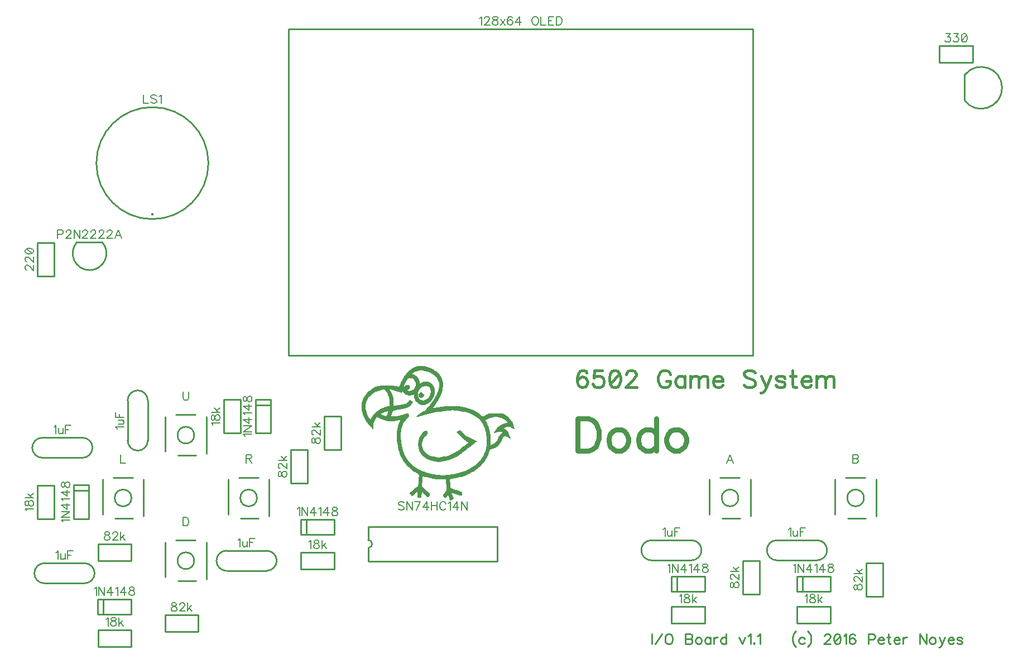
<source format=gbr>
G04 DipTrace 2.4.0.2*
%INTopSilk.gbr*%
%MOIN*%
%ADD10C,0.0098*%
%ADD12C,0.003*%
%ADD34C,0.0161*%
%ADD79C,0.0077*%
%ADD80C,0.0093*%
%ADD81C,0.0293*%
%ADD82C,0.0154*%
%FSLAX44Y44*%
G04*
G70*
G90*
G75*
G01*
%LNTopSilk*%
%LPD*%
X9500Y6250D2*
D10*
G02X9500Y6250I500J0D01*
G01*
X11221Y5148D2*
Y7352D1*
X10573Y7471D2*
X9410D1*
X8779Y7352D2*
Y5266D1*
X9528Y5029D2*
X10590D1*
X5750Y10000D2*
G02X5750Y10000I500J0D01*
G01*
X7471Y8898D2*
Y11102D1*
X6823Y11221D2*
X5660D1*
X5029Y11102D2*
Y9016D1*
X5778Y8779D2*
X6840D1*
X1426Y13600D2*
X3824D1*
X1426Y12400D2*
X3824D1*
G03X3824Y13600I1J600D01*
G01*
X1426D2*
G03X1426Y12400I-1J-600D01*
G01*
X4752Y7250D2*
X6748D1*
Y6250D2*
Y7250D1*
X4752Y6250D2*
X6748D1*
X4752D2*
Y7250D1*
X20892Y8274D2*
X28608D1*
Y6226D2*
Y8274D1*
X20892Y6226D2*
X28608D1*
X20892D2*
Y7014D1*
Y8274D2*
Y7486D1*
Y7014D2*
G03X20892Y7486I0J236D01*
G01*
X1551Y6100D2*
X3949D1*
X1551Y4900D2*
X3949D1*
G03X3949Y6100I1J600D01*
G01*
X1551D2*
G03X1551Y4900I-1J-600D01*
G01*
X8752Y3000D2*
X10748D1*
Y2000D2*
Y3000D1*
X8752Y2000D2*
X10748D1*
X8752D2*
Y3000D1*
X6748Y1125D2*
X4752D1*
Y2125D2*
Y1125D1*
X6748Y2125D2*
X4752D1*
X6748D2*
Y1125D1*
X4733Y3047D2*
Y3953D1*
X6743D1*
X5067Y3047D2*
Y3953D1*
X6743Y3047D2*
Y3953D1*
X4733Y3047D2*
X6743D1*
X1125Y8752D2*
Y10748D1*
X2125D2*
X1125D1*
X2125Y8752D2*
Y10748D1*
Y8752D2*
X1125D1*
X3297Y10767D2*
X4203D1*
Y8757D1*
X3297Y10433D2*
X4203D1*
X3297Y8757D2*
X4203D1*
X3297Y10767D2*
Y8757D1*
X13250Y10000D2*
G02X13250Y10000I500J0D01*
G01*
X14971Y8898D2*
Y11102D1*
X14323Y11221D2*
X13160D1*
X12529Y11102D2*
Y9016D1*
X13278Y8779D2*
X14340D1*
X14824Y5650D2*
X12426D1*
X14824Y6850D2*
X12426D1*
G03X12426Y5650I-1J-600D01*
G01*
X14824D2*
G03X14824Y6850I1J600D01*
G01*
X16250Y10877D2*
Y12873D1*
X17250D2*
X16250D1*
X17250Y10877D2*
Y12873D1*
Y10877D2*
X16250D1*
X18873Y5750D2*
X16877D1*
Y6750D2*
Y5750D1*
X18873Y6750D2*
X16877D1*
X18873D2*
Y5750D1*
X16858Y7797D2*
Y8703D1*
X18868D1*
X17192Y7797D2*
Y8703D1*
X18868Y7797D2*
Y8703D1*
X16858Y7797D2*
X18868D1*
X42000Y10000D2*
G02X42000Y10000I500J0D01*
G01*
X43721Y8898D2*
Y11102D1*
X43073Y11221D2*
X41910D1*
X41279Y11102D2*
Y9016D1*
X42028Y8779D2*
X43090D1*
X37801Y7475D2*
X40199D1*
X37801Y6275D2*
X40199D1*
G03X40199Y7475I1J600D01*
G01*
X37801D2*
G03X37801Y6275I-1J-600D01*
G01*
X44250Y6248D2*
Y4252D1*
X43250D2*
X44250D1*
X43250Y6248D2*
Y4252D1*
Y6248D2*
X44250D1*
X40998Y2500D2*
X39002D1*
Y3500D2*
Y2500D1*
X40998Y3500D2*
X39002D1*
X40998D2*
Y2500D1*
X38983Y4422D2*
Y5328D1*
X40993D1*
X39317Y4422D2*
Y5328D1*
X40993Y4422D2*
Y5328D1*
X38983Y4422D2*
X40993D1*
X9500Y13750D2*
G02X9500Y13750I500J0D01*
G01*
X11221Y12648D2*
Y14852D1*
X10573Y14971D2*
X9410D1*
X8779Y14852D2*
Y12766D1*
X9528Y12529D2*
X10590D1*
X7725Y15824D2*
Y13426D1*
X6525Y15824D2*
Y13426D1*
G03X7725Y13426I600J-1D01*
G01*
Y15824D2*
G03X6525Y15824I-600J1D01*
G01*
X19250Y14873D2*
Y12877D1*
X18250D2*
X19250D1*
X18250Y14873D2*
Y12877D1*
Y14873D2*
X19250D1*
X12250Y13877D2*
Y15873D1*
X13250D2*
X12250D1*
X13250Y13877D2*
Y15873D1*
Y13877D2*
X12250D1*
X14172Y15892D2*
X15078D1*
Y13882D1*
X14172Y15558D2*
X15078D1*
X14172Y13882D2*
X15078D1*
X14172Y15892D2*
Y13882D1*
X49500Y10000D2*
G02X49500Y10000I500J0D01*
G01*
X51221Y8898D2*
Y11102D1*
X50573Y11221D2*
X49410D1*
X48779Y11102D2*
Y9016D1*
X49528Y8779D2*
X50590D1*
X45301Y7475D2*
X47699D1*
X45301Y6275D2*
X47699D1*
G03X47699Y7475I1J600D01*
G01*
X45301D2*
G03X45301Y6275I-1J-600D01*
G01*
X51625Y6123D2*
Y4127D1*
X50625D2*
X51625D1*
X50625Y6123D2*
Y4127D1*
Y6123D2*
X51625D1*
X48498Y2500D2*
X46502D1*
Y3500D2*
Y2500D1*
X48498Y3500D2*
X46502D1*
X48498D2*
Y2500D1*
X46483Y4422D2*
Y5328D1*
X48493D1*
X46817Y4422D2*
Y5328D1*
X48493Y4422D2*
Y5328D1*
X46483Y4422D2*
X48493D1*
X56500Y33751D2*
Y35249D1*
X56502Y33748D2*
G03X56502Y35252I998J752D01*
G01*
X55002Y37000D2*
X56998D1*
Y36000D2*
Y37000D1*
X55002Y36000D2*
X56998D1*
X55002D2*
Y37000D1*
X16122Y38024D2*
X43878D1*
X16122Y18496D2*
X43878D1*
X16122Y38024D2*
Y18496D1*
X43878Y38024D2*
Y18496D1*
X5006Y25281D2*
G02X3494Y25281I-756J-666D01*
G01*
X5006D1*
X2125Y25248D2*
Y23252D1*
X1125D2*
X2125D1*
X1125Y25248D2*
Y23252D1*
Y25248D2*
X2125D1*
X4654Y30000D2*
G02X4654Y30000I3346J0D01*
G01*
D34*
X8000Y26960D3*
X23840Y17865D2*
D12*
X24230D1*
X23746Y17835D2*
X24343D1*
X23663Y17805D2*
X24442D1*
X23590Y17775D2*
X24528D1*
X23526Y17745D2*
X24604D1*
X23472Y17715D2*
X24672D1*
X23425Y17685D2*
X24732D1*
X23383Y17655D2*
X23937D1*
X24128D2*
X24785D1*
X23347Y17625D2*
X23835D1*
X24252D2*
X24833D1*
X23318Y17595D2*
X23748D1*
X24357D2*
X24876D1*
X23292Y17565D2*
X23677D1*
X24445D2*
X24915D1*
X23266Y17535D2*
X23618D1*
X24519D2*
X24952D1*
X23238Y17505D2*
X23568D1*
X24584D2*
X24991D1*
X23209Y17475D2*
X23524D1*
X24643D2*
X25029D1*
X23180Y17445D2*
X23486D1*
X24696D2*
X25064D1*
X23151Y17415D2*
X23450D1*
X24744D2*
X25093D1*
X23125Y17385D2*
X23550D1*
X24786D2*
X25117D1*
X23102Y17355D2*
X23631D1*
X24824D2*
X25139D1*
X23081Y17325D2*
X23692D1*
X24857D2*
X25160D1*
X23060Y17295D2*
X23737D1*
X24889D2*
X25179D1*
X23041Y17265D2*
X23770D1*
X24920D2*
X25196D1*
X23024Y17235D2*
X23795D1*
X24949D2*
X25212D1*
X23008Y17205D2*
X23814D1*
X24975D2*
X25227D1*
X22993Y17175D2*
X23832D1*
X24997D2*
X25242D1*
X22977Y17145D2*
X23240D1*
X23570D2*
X23851D1*
X25015D2*
X25256D1*
X22959Y17115D2*
X23211D1*
X23599D2*
X23870D1*
X25032D2*
X25269D1*
X22939Y17085D2*
X23185D1*
X23625D2*
X23885D1*
X25047D2*
X25279D1*
X22921Y17055D2*
X23163D1*
X23647D2*
X23898D1*
X25062D2*
X25290D1*
X22904Y17025D2*
X23145D1*
X23665D2*
X23909D1*
X25076D2*
X25299D1*
X22888Y16995D2*
X23128D1*
X23681D2*
X23919D1*
X25089D2*
X25305D1*
X22873Y16965D2*
X23113D1*
X23696D2*
X23925D1*
X25099D2*
X25309D1*
X22858Y16935D2*
X23098D1*
X23708D2*
X23928D1*
X24200D2*
X24440D1*
X25110D2*
X25314D1*
X22844Y16905D2*
X23083D1*
X23719D2*
X23930D1*
X24121D2*
X24516D1*
X25119D2*
X25322D1*
X22831Y16875D2*
X23068D1*
X23730D2*
X23936D1*
X24051D2*
X24579D1*
X25125D2*
X25330D1*
X22821Y16845D2*
X23053D1*
X23739D2*
X23946D1*
X23989D2*
X24630D1*
X25128D2*
X25335D1*
X22809Y16815D2*
X23038D1*
X23744D2*
X24670D1*
X25129D2*
X25338D1*
X22796Y16785D2*
X23024D1*
X23210D2*
D3*
X23743D2*
X24701D1*
X25130D2*
X25339D1*
X22783Y16755D2*
X23013D1*
X23154D2*
X23300D1*
X23737D2*
X24725D1*
X25130D2*
X25340D1*
X21620Y16725D2*
X22340D1*
X22771D2*
X23006D1*
X23111D2*
X23318D1*
X23729D2*
X24745D1*
X25130D2*
X25339D1*
X21517Y16695D2*
X22455D1*
X22758D2*
X23004D1*
X23080D2*
X23334D1*
X23720D2*
X24171D1*
X24463D2*
X24761D1*
X25130D2*
X25335D1*
X21424Y16665D2*
X22568D1*
X22742D2*
X23007D1*
X23064D2*
X23345D1*
X23709D2*
X24116D1*
X24507D2*
X24776D1*
X25129D2*
X25328D1*
X21342Y16635D2*
X22679D1*
X22708D2*
X23016D1*
X23048D2*
X23352D1*
X23695D2*
X24068D1*
X24538D2*
X24788D1*
X25125D2*
X25320D1*
X21271Y16605D2*
X23345D1*
X23678D2*
X24028D1*
X24561D2*
X24799D1*
X25118D2*
X25315D1*
X21210Y16575D2*
X23333D1*
X23659D2*
X23994D1*
X24576D2*
X24810D1*
X25110D2*
X25312D1*
X21159Y16545D2*
X23317D1*
X23640D2*
X23962D1*
X24588D2*
X24819D1*
X25104D2*
X25310D1*
X21114Y16515D2*
X21778D1*
X21830D2*
X23277D1*
X23617D2*
X23936D1*
X24599D2*
X24825D1*
X25097D2*
X25305D1*
X21070Y16485D2*
X21651D1*
X21860D2*
X22129D1*
X22334D2*
X23219D1*
X23586D2*
X23914D1*
X24609D2*
X24828D1*
X25089D2*
X25298D1*
X21027Y16455D2*
X21544D1*
X21890D2*
X22155D1*
X22442D2*
X23150D1*
X23533D2*
X23895D1*
X24615D2*
X24829D1*
X25079D2*
X25290D1*
X20983Y16425D2*
X21455D1*
X21919D2*
X22177D1*
X22540D2*
X23229D1*
X23446D2*
X23879D1*
X24618D2*
X24830D1*
X25070D2*
X25284D1*
X20942Y16395D2*
X21377D1*
X21945D2*
X22195D1*
X22630D2*
X23332D1*
X23323D2*
X23864D1*
X24619D2*
X24830D1*
X25060D2*
X25277D1*
X20906Y16365D2*
X21308D1*
X21968D2*
X22212D1*
X22710D2*
X22880D1*
X22940D2*
X23853D1*
X24620D2*
X24830D1*
X25050D2*
X25269D1*
X20874Y16335D2*
X21250D1*
X21989D2*
X22227D1*
X22782D2*
X22880D1*
X22970D2*
X23846D1*
X24620D2*
X24830D1*
X25040D2*
X25259D1*
X20846Y16305D2*
X21199D1*
X22010D2*
X22242D1*
X22850D2*
X22880D1*
X23001D2*
X23841D1*
X24020D2*
X24050D1*
X24619D2*
X24830D1*
X25029D2*
X25250D1*
X20823Y16275D2*
X21155D1*
X22029D2*
X22257D1*
X23037D2*
X23836D1*
X23974D2*
X24103D1*
X24615D2*
X24829D1*
X25016D2*
X25239D1*
X20800Y16245D2*
X21117D1*
X22045D2*
X22272D1*
X23081D2*
X23828D1*
X23941D2*
X24142D1*
X24608D2*
X24825D1*
X25002D2*
X25226D1*
X20775Y16215D2*
X21083D1*
X22058D2*
X22286D1*
X23140D2*
X23821D1*
X23916D2*
X24168D1*
X24599D2*
X24818D1*
X24987D2*
X25213D1*
X20749Y16185D2*
X21051D1*
X22069D2*
X22299D1*
X23215D2*
X23510D1*
X23630D2*
X23820D1*
X23908D2*
X24187D1*
X24590D2*
X24810D1*
X24972D2*
X25201D1*
X20724Y16155D2*
X21020D1*
X22080D2*
X22309D1*
X23300D2*
X23390D1*
X23630D2*
X23824D1*
X23903D2*
X24192D1*
X24580D2*
X24804D1*
X24957D2*
X25191D1*
X20702Y16125D2*
X20990D1*
X22090D2*
X22320D1*
X23630D2*
X23831D1*
X23903D2*
X24194D1*
X24570D2*
X24797D1*
X24942D2*
X25179D1*
X20681Y16095D2*
X20960D1*
X22100D2*
X22329D1*
X23630D2*
X23837D1*
X23907D2*
X24181D1*
X24559D2*
X24787D1*
X24926D2*
X25166D1*
X20660Y16065D2*
X20930D1*
X22110D2*
X22336D1*
X23630D2*
X23843D1*
X23919D2*
X24161D1*
X24544D2*
X24775D1*
X24909D2*
X25152D1*
X20641Y16035D2*
X20901D1*
X22120D2*
X22343D1*
X23631D2*
X23853D1*
X23938D2*
X24137D1*
X24523D2*
X24762D1*
X24890D2*
X25137D1*
X20624Y16005D2*
X20875D1*
X22130D2*
X22351D1*
X23635D2*
X23866D1*
X23960D2*
X24110D1*
X24497D2*
X24747D1*
X24875D2*
X25122D1*
X20608Y15975D2*
X20853D1*
X22140D2*
X22360D1*
X23643D2*
X23883D1*
X24468D2*
X24732D1*
X24861D2*
X25107D1*
X20593Y15945D2*
X20835D1*
X22149D2*
X22365D1*
X23655D2*
X23906D1*
X24434D2*
X24716D1*
X24846D2*
X25093D1*
X20578Y15915D2*
X20818D1*
X22155D2*
X22368D1*
X23668D2*
X23935D1*
X24396D2*
X24697D1*
X24828D2*
X25077D1*
X20564Y15885D2*
X20803D1*
X22158D2*
X22369D1*
X23683D2*
X23975D1*
X24346D2*
X24674D1*
X24809D2*
X25062D1*
X20552Y15855D2*
X20788D1*
X22159D2*
X22370D1*
X23330D2*
X23360D1*
X23698D2*
X24044D1*
X24271D2*
X24648D1*
X24790D2*
X25046D1*
X20545Y15825D2*
X20774D1*
X22160D2*
X22370D1*
X23318D2*
X23417D1*
X23714D2*
X24155D1*
X24157D2*
X24620D1*
X24770D2*
X25029D1*
X20537Y15795D2*
X20761D1*
X22160D2*
X22370D1*
X23305D2*
X23466D1*
X23733D2*
X24593D1*
X24750D2*
X25009D1*
X20529Y15765D2*
X20751D1*
X22160D2*
X22370D1*
X23287D2*
X23505D1*
X23757D2*
X24566D1*
X24729D2*
X24990D1*
X20520Y15735D2*
X20740D1*
X22160D2*
X22370D1*
X23264D2*
X23520D1*
X23788D2*
X24532D1*
X24705D2*
X24969D1*
X20515Y15705D2*
X20731D1*
X22160D2*
X22370D1*
X23236D2*
X23504D1*
X23825D2*
X24490D1*
X24679D2*
X24946D1*
X20512Y15675D2*
X20725D1*
X22160D2*
X22370D1*
X23201D2*
X23487D1*
X23868D2*
X24440D1*
X24654D2*
X24923D1*
X20511Y15645D2*
X20721D1*
X22160D2*
X22370D1*
X23151D2*
X23468D1*
X23920D2*
X24379D1*
X24632D2*
X24902D1*
X20510Y15615D2*
X20716D1*
X22160D2*
X22370D1*
X23068D2*
X23444D1*
X23982D2*
X24307D1*
X24611D2*
X24885D1*
X20510Y15585D2*
X20708D1*
X22160D2*
X22370D1*
X22931D2*
X23418D1*
X24050D2*
X24230D1*
X24590D2*
X24867D1*
X20510Y15555D2*
X20700D1*
X22157D2*
X22370D1*
X22717D2*
X23389D1*
X24570D2*
X24848D1*
X20510Y15525D2*
X20695D1*
X22150D2*
X22370D1*
X22428D2*
X23360D1*
X24549D2*
X24825D1*
X20510Y15495D2*
X20692D1*
X22117D2*
X23328D1*
X24525D2*
X24803D1*
X20510Y15465D2*
X20691D1*
X22038D2*
X23292D1*
X24498D2*
X24781D1*
X25490D2*
X26270D1*
X20510Y15435D2*
X20691D1*
X21945D2*
X23242D1*
X24469D2*
X24760D1*
X25259D2*
X26459D1*
X20510Y15405D2*
X20695D1*
X21850D2*
X23166D1*
X24440D2*
X24736D1*
X25027D2*
X26625D1*
X20510Y15375D2*
X20702D1*
X21765D2*
X23050D1*
X24410D2*
X24710D1*
X24783D2*
X26762D1*
X20510Y15345D2*
X20710D1*
X21691D2*
X22886D1*
X24380D2*
X26874D1*
X20510Y15315D2*
X20715D1*
X21626D2*
X22699D1*
X24350D2*
X26968D1*
X20510Y15285D2*
X20719D1*
X21568D2*
X22535D1*
X24320D2*
X27051D1*
X20511Y15255D2*
X20724D1*
X21518D2*
X22424D1*
X24289D2*
X25820D1*
X26000D2*
X27125D1*
X20515Y15225D2*
X20732D1*
X21474D2*
X22047D1*
X22095D2*
X22349D1*
X24255D2*
X25377D1*
X26378D2*
X27192D1*
X20522Y15195D2*
X20741D1*
X21431D2*
X21945D1*
X22088D2*
X22327D1*
X24217D2*
X25185D1*
X26532D2*
X27251D1*
X20530Y15165D2*
X20750D1*
X21391D2*
X21857D1*
X22080D2*
X22313D1*
X24175D2*
X25008D1*
X26666D2*
X27302D1*
X20536Y15135D2*
X20760D1*
X21355D2*
X21783D1*
X22074D2*
X22301D1*
X24130D2*
X24848D1*
X26780D2*
X27347D1*
X20543Y15105D2*
X20770D1*
X21322D2*
X21722D1*
X22067D2*
X22290D1*
X24082D2*
X24702D1*
X26876D2*
X27394D1*
X20551Y15075D2*
X20780D1*
X21291D2*
X21676D1*
X22057D2*
X22280D1*
X24031D2*
X24566D1*
X26959D2*
X27441D1*
X20561Y15045D2*
X20790D1*
X21260D2*
X21644D1*
X22045D2*
X22270D1*
X23180D2*
X23270D1*
X23982D2*
X24437D1*
X27035D2*
X27484D1*
X28100D2*
X28910D1*
X20570Y15015D2*
X20800D1*
X21230D2*
X21620D1*
X22033D2*
X22260D1*
X23084D2*
X23280D1*
X23936D2*
X24314D1*
X27102D2*
X27523D1*
X28026D2*
X28969D1*
X20581Y14985D2*
X20810D1*
X21201D2*
X21681D1*
X22021D2*
X22250D1*
X22982D2*
X23290D1*
X23891D2*
X24195D1*
X27162D2*
X27557D1*
X27959D2*
X29025D1*
X20594Y14955D2*
X20821D1*
X21175D2*
X21749D1*
X22007D2*
X22239D1*
X22869D2*
X23300D1*
X23846D2*
X24077D1*
X27215D2*
X27589D1*
X27898D2*
X29077D1*
X20608Y14925D2*
X20834D1*
X21153D2*
X21830D1*
X21988D2*
X22225D1*
X22739D2*
X23309D1*
X23799D2*
X23959D1*
X27263D2*
X27621D1*
X27842D2*
X29124D1*
X20623Y14895D2*
X20848D1*
X21135D2*
X21930D1*
X21943D2*
X22209D1*
X22567D2*
X23316D1*
X23750D2*
X23840D1*
X27306D2*
X27656D1*
X27785D2*
X29166D1*
X20637Y14865D2*
X20864D1*
X21118D2*
X22190D1*
X22337D2*
X23307D1*
X27345D2*
X27696D1*
X27720D2*
X29203D1*
X20649Y14835D2*
X20882D1*
X21103D2*
X21381D1*
X21470D2*
X23279D1*
X27382D2*
X28293D1*
X28712D2*
X29232D1*
X20660Y14805D2*
X20901D1*
X21087D2*
X21355D1*
X21530D2*
X23246D1*
X27421D2*
X28173D1*
X28824D2*
X29257D1*
X20675Y14775D2*
X20923D1*
X21071D2*
X21332D1*
X21591D2*
X23212D1*
X27459D2*
X28076D1*
X28909D2*
X29280D1*
X20692Y14745D2*
X20953D1*
X21051D2*
X21311D1*
X21658D2*
X23178D1*
X27495D2*
X28002D1*
X28971D2*
X29305D1*
X20710Y14715D2*
X20997D1*
X21023D2*
X21290D1*
X21736D2*
X23143D1*
X27528D2*
X27946D1*
X29018D2*
X29332D1*
X20726Y14685D2*
X21271D1*
X21833D2*
X22724D1*
X22815D2*
X23113D1*
X27558D2*
X27902D1*
X29055D2*
X29360D1*
X20743Y14655D2*
X21254D1*
X21947D2*
X22564D1*
X22807D2*
X23085D1*
X27585D2*
X27882D1*
X29088D2*
X29385D1*
X20761Y14625D2*
X21238D1*
X22070D2*
X22400D1*
X22795D2*
X23058D1*
X27608D2*
X27882D1*
X29119D2*
X29408D1*
X20781Y14595D2*
X21224D1*
X22782D2*
X23034D1*
X27629D2*
X27896D1*
X29150D2*
X29429D1*
X20799Y14565D2*
X21212D1*
X22767D2*
X23013D1*
X27650D2*
X27911D1*
X29180D2*
X29450D1*
X20816Y14535D2*
X21201D1*
X22752D2*
X22995D1*
X27669D2*
X27927D1*
X29210D2*
X29469D1*
X20833Y14505D2*
X21190D1*
X22738D2*
X22978D1*
X27686D2*
X27942D1*
X29240D2*
X29486D1*
X20852Y14475D2*
X21181D1*
X22724D2*
X22963D1*
X27703D2*
X27956D1*
X29117D2*
X29502D1*
X20875Y14445D2*
X21175D1*
X22711D2*
X22948D1*
X27721D2*
X27969D1*
X29009D2*
X29516D1*
X20899Y14415D2*
X21172D1*
X22701D2*
X22934D1*
X27741D2*
X27979D1*
X28919D2*
X29527D1*
X20924Y14385D2*
X21171D1*
X22690D2*
X22921D1*
X27759D2*
X27991D1*
X28844D2*
X29534D1*
X20953Y14355D2*
X21170D1*
X22681D2*
X22911D1*
X27776D2*
X28004D1*
X28785D2*
X29539D1*
X20985Y14325D2*
X21170D1*
X22675D2*
X22900D1*
X27792D2*
X28017D1*
X28737D2*
X29544D1*
X21017Y14295D2*
X21170D1*
X22671D2*
X22890D1*
X27806D2*
X28029D1*
X28694D2*
X29552D1*
X21048Y14265D2*
X21170D1*
X22666D2*
X22880D1*
X27818D2*
X28039D1*
X28657D2*
X29560D1*
X21074Y14235D2*
X21170D1*
X22658D2*
X22870D1*
X27829D2*
X28050D1*
X28628D2*
X29071D1*
X29415D2*
X29566D1*
X21097Y14205D2*
X21170D1*
X22650D2*
X22861D1*
X27840D2*
X28060D1*
X28602D2*
X29002D1*
X29468D2*
X29574D1*
X21119Y14175D2*
X21170D1*
X22645D2*
X22854D1*
X27850D2*
X28070D1*
X28577D2*
X28940D1*
X29519D2*
X29585D1*
X21140Y14145D2*
X21170D1*
X22641D2*
X22847D1*
X27860D2*
X28080D1*
X28553D2*
X28998D1*
X29570D2*
X29600D1*
X22636Y14115D2*
X22839D1*
X27870D2*
X28089D1*
X28531D2*
X29046D1*
X22628Y14085D2*
X22830D1*
X27880D2*
X28096D1*
X28510D2*
X29087D1*
X22620Y14055D2*
X22825D1*
X26330D2*
X26360D1*
X27890D2*
X28103D1*
X28485D2*
X29125D1*
X22615Y14025D2*
X22822D1*
X24290D2*
X24350D1*
X26286D2*
X26390D1*
X27900D2*
X28111D1*
X28459D2*
X29157D1*
X22612Y13995D2*
X22821D1*
X24246D2*
X24369D1*
X26248D2*
X26420D1*
X27909D2*
X28120D1*
X28435D2*
X29184D1*
X22611Y13965D2*
X22819D1*
X24208D2*
X24386D1*
X26213D2*
X26450D1*
X27915D2*
X28125D1*
X28418D2*
X28640D1*
X28880D2*
X29207D1*
X22610Y13935D2*
X22815D1*
X24173D2*
X24401D1*
X26180D2*
X26480D1*
X27919D2*
X28128D1*
X28407D2*
X28520D1*
X28940D2*
X29224D1*
X22610Y13905D2*
X22808D1*
X24142D2*
X24414D1*
X26210D2*
X26510D1*
X27924D2*
X28130D1*
X28400D2*
D3*
X28896D2*
X29237D1*
X22610Y13875D2*
X22800D1*
X24115D2*
X24421D1*
X26240D2*
X26540D1*
X27932D2*
X28135D1*
X28858D2*
X29249D1*
X22610Y13845D2*
X22795D1*
X24092D2*
X24408D1*
X26270D2*
X26570D1*
X27940D2*
X28142D1*
X28823D2*
X29260D1*
X22610Y13815D2*
X22792D1*
X24071D2*
X24380D1*
X26300D2*
X26600D1*
X27945D2*
X28150D1*
X28792D2*
X29270D1*
X22610Y13785D2*
X22791D1*
X24050D2*
X24351D1*
X26330D2*
X26631D1*
X27948D2*
X28155D1*
X28765D2*
X29281D1*
X22610Y13755D2*
X22790D1*
X24030D2*
X24321D1*
X26360D2*
X26665D1*
X27949D2*
X28158D1*
X28742D2*
X29294D1*
X22610Y13725D2*
X22790D1*
X24010D2*
X24290D1*
X26390D2*
X26703D1*
X27951D2*
X28159D1*
X28721D2*
X29307D1*
X22610Y13695D2*
X22790D1*
X23990D2*
X24261D1*
X26420D2*
X26746D1*
X27955D2*
X28160D1*
X28700D2*
X28971D1*
X29144D2*
X29319D1*
X22610Y13665D2*
X22790D1*
X23971D2*
X24235D1*
X26450D2*
X26794D1*
X27962D2*
X28160D1*
X28681D2*
X28945D1*
X29193D2*
X29329D1*
X22610Y13635D2*
X22791D1*
X23955D2*
X24213D1*
X26480D2*
X26846D1*
X27970D2*
X28160D1*
X28665D2*
X28923D1*
X29238D2*
X29340D1*
X22610Y13605D2*
X22795D1*
X23943D2*
X24195D1*
X26510D2*
X26903D1*
X27975D2*
X28160D1*
X28652D2*
X28905D1*
X29283D2*
X29350D1*
X22610Y13575D2*
X22802D1*
X23935D2*
X24178D1*
X26541D2*
X26961D1*
X27978D2*
X28160D1*
X28641D2*
X28888D1*
X29330D2*
X29360D1*
X22610Y13545D2*
X22810D1*
X23928D2*
X24163D1*
X26575D2*
X27022D1*
X27979D2*
X28160D1*
X28630D2*
X28873D1*
X22610Y13515D2*
X22815D1*
X23919D2*
X24148D1*
X26613D2*
X27085D1*
X27980D2*
X28160D1*
X28620D2*
X28858D1*
X22610Y13485D2*
X22818D1*
X23910D2*
X24134D1*
X26655D2*
X27152D1*
X27980D2*
X28160D1*
X28609D2*
X28844D1*
X22610Y13455D2*
X22819D1*
X23905D2*
X24121D1*
X26699D2*
X27220D1*
X27980D2*
X28160D1*
X28594D2*
X28831D1*
X22611Y13425D2*
X22820D1*
X23902D2*
X24111D1*
X26744D2*
X27286D1*
X27980D2*
X28160D1*
X28573D2*
X28820D1*
X22615Y13395D2*
X22821D1*
X23900D2*
X24100D1*
X26793D2*
X27350D1*
X27980D2*
X28160D1*
X28547D2*
X28805D1*
X22622Y13365D2*
X22825D1*
X23895D2*
X24091D1*
X26845D2*
X27310D1*
X27980D2*
X28160D1*
X28519D2*
X28788D1*
X22630Y13335D2*
X22832D1*
X23888D2*
X24085D1*
X26900D2*
X27270D1*
X27980D2*
X28160D1*
X28489D2*
X28769D1*
X22635Y13305D2*
X22840D1*
X23880D2*
X24082D1*
X26860D2*
X27230D1*
X27980D2*
X28160D1*
X28459D2*
X28750D1*
X22638Y13275D2*
X22845D1*
X23875D2*
X24081D1*
X26821D2*
X27190D1*
X27980D2*
X28160D1*
X28425D2*
X28730D1*
X22640Y13245D2*
X22848D1*
X23872D2*
X24080D1*
X26785D2*
X27151D1*
X27979D2*
X28160D1*
X28385D2*
X28710D1*
X22645Y13215D2*
X22850D1*
X23871D2*
X24080D1*
X26751D2*
X27114D1*
X27975D2*
X28161D1*
X28336D2*
X28689D1*
X22652Y13185D2*
X22855D1*
X23871D2*
X24080D1*
X26716D2*
X27077D1*
X27968D2*
X28166D1*
X28272D2*
X28665D1*
X22660Y13155D2*
X22862D1*
X23875D2*
X24080D1*
X26678D2*
X27039D1*
X27960D2*
X28176D1*
X28191D2*
X28637D1*
X22665Y13125D2*
X22870D1*
X23882D2*
X24081D1*
X26639D2*
X27000D1*
X27955D2*
X28604D1*
X22668Y13095D2*
X22875D1*
X23890D2*
X24085D1*
X26600D2*
X26964D1*
X27952D2*
X28567D1*
X22669Y13065D2*
X22879D1*
X23895D2*
X24092D1*
X26559D2*
X26927D1*
X27950D2*
X28528D1*
X22671Y13035D2*
X22884D1*
X23898D2*
X24101D1*
X26516D2*
X26888D1*
X27945D2*
X28483D1*
X22675Y13005D2*
X22892D1*
X23900D2*
X24110D1*
X26473D2*
X26845D1*
X27938D2*
X28426D1*
X22682Y12975D2*
X22901D1*
X23905D2*
X24121D1*
X26432D2*
X26803D1*
X27930D2*
X28349D1*
X22690Y12945D2*
X22910D1*
X23912D2*
X24134D1*
X26396D2*
X26762D1*
X27924D2*
X28247D1*
X22696Y12915D2*
X22920D1*
X23920D2*
X24148D1*
X26361D2*
X26725D1*
X27917D2*
X28130D1*
X22703Y12885D2*
X22929D1*
X23926D2*
X24163D1*
X26326D2*
X26687D1*
X27909D2*
X28120D1*
X22711Y12855D2*
X22936D1*
X23933D2*
X24178D1*
X26287D2*
X26649D1*
X27899D2*
X28111D1*
X22721Y12825D2*
X22943D1*
X23943D2*
X24194D1*
X26245D2*
X26609D1*
X27890D2*
X28104D1*
X22730Y12795D2*
X22952D1*
X23955D2*
X24213D1*
X26201D2*
X26570D1*
X27880D2*
X28097D1*
X22740Y12765D2*
X22965D1*
X23968D2*
X24236D1*
X26156D2*
X26530D1*
X27870D2*
X28089D1*
X22750Y12735D2*
X22977D1*
X23984D2*
X24263D1*
X26107D2*
X26491D1*
X27859D2*
X28079D1*
X22760Y12705D2*
X22989D1*
X24003D2*
X24292D1*
X26054D2*
X26454D1*
X27845D2*
X28070D1*
X22770Y12675D2*
X22999D1*
X24026D2*
X24325D1*
X25997D2*
X26417D1*
X27829D2*
X28059D1*
X22780Y12645D2*
X23011D1*
X24052D2*
X24364D1*
X25938D2*
X26378D1*
X27814D2*
X28046D1*
X22790Y12615D2*
X23024D1*
X24081D2*
X24406D1*
X25873D2*
X26335D1*
X27801D2*
X28032D1*
X22801Y12585D2*
X23038D1*
X24110D2*
X24455D1*
X25801D2*
X26292D1*
X27786D2*
X28017D1*
X22814Y12555D2*
X23053D1*
X24140D2*
X24513D1*
X25721D2*
X26246D1*
X27768D2*
X28003D1*
X22828Y12525D2*
X23068D1*
X24170D2*
X24584D1*
X25633D2*
X26197D1*
X27750D2*
X27991D1*
X22843Y12495D2*
X23083D1*
X24200D2*
X24672D1*
X25530D2*
X26144D1*
X27734D2*
X27981D1*
X22858Y12465D2*
X23098D1*
X24231D2*
X24781D1*
X25404D2*
X26087D1*
X27718D2*
X27969D1*
X22873Y12435D2*
X23114D1*
X24266D2*
X24906D1*
X25257D2*
X26028D1*
X27703D2*
X27955D1*
X22888Y12405D2*
X23132D1*
X24310D2*
X25963D1*
X27686D2*
X27938D1*
X22904Y12375D2*
X23155D1*
X24363D2*
X25891D1*
X27667D2*
X27919D1*
X22921Y12345D2*
X23177D1*
X24427D2*
X25810D1*
X27644D2*
X27900D1*
X22941Y12315D2*
X23199D1*
X24499D2*
X25720D1*
X27618D2*
X27880D1*
X22959Y12285D2*
X23220D1*
X24588D2*
X25614D1*
X27590D2*
X27860D1*
X22976Y12255D2*
X23244D1*
X24710D2*
X25482D1*
X27565D2*
X27840D1*
X22993Y12225D2*
X23267D1*
X24877D2*
X25316D1*
X27542D2*
X27819D1*
X23011Y12195D2*
X23289D1*
X25070D2*
X25130D1*
X27520D2*
X27796D1*
X23031Y12165D2*
X23310D1*
X27495D2*
X27773D1*
X23050Y12135D2*
X23335D1*
X27468D2*
X27751D1*
X23071Y12105D2*
X23362D1*
X27438D2*
X27730D1*
X23095Y12075D2*
X23391D1*
X27405D2*
X27705D1*
X23122Y12045D2*
X23421D1*
X27368D2*
X27678D1*
X23151Y12015D2*
X23455D1*
X27329D2*
X27649D1*
X23180Y11985D2*
X23492D1*
X27290D2*
X27620D1*
X23210Y11955D2*
X23530D1*
X27250D2*
X27590D1*
X23240Y11925D2*
X23565D1*
X27210D2*
X27560D1*
X23270Y11895D2*
X23599D1*
X27170D2*
X27529D1*
X23300Y11865D2*
X23634D1*
X27129D2*
X27495D1*
X23330Y11835D2*
X23673D1*
X27085D2*
X27458D1*
X23360Y11805D2*
X23716D1*
X27038D2*
X27420D1*
X23391Y11775D2*
X23762D1*
X26989D2*
X27384D1*
X23425Y11745D2*
X23812D1*
X26938D2*
X27347D1*
X23463Y11715D2*
X23865D1*
X26884D2*
X27307D1*
X23505Y11685D2*
X23923D1*
X26821D2*
X27264D1*
X23548Y11655D2*
X23986D1*
X26753D2*
X27217D1*
X23593Y11625D2*
X24052D1*
X26681D2*
X27165D1*
X23638Y11595D2*
X24122D1*
X26606D2*
X27112D1*
X23684Y11565D2*
X24196D1*
X26527D2*
X27061D1*
X23732Y11535D2*
X24275D1*
X26443D2*
X27010D1*
X23784Y11505D2*
X24363D1*
X26350D2*
X26955D1*
X23835Y11475D2*
X24464D1*
X26243D2*
X26898D1*
X23876Y11445D2*
X24588D1*
X26110D2*
X26838D1*
X23908Y11415D2*
X24760D1*
X25931D2*
X26774D1*
X23920Y11385D2*
X25016D1*
X25669D2*
X26705D1*
X23925Y11355D2*
X25375D1*
X25307D2*
X26629D1*
X23927Y11325D2*
X24110D1*
X24171D2*
X26543D1*
X23924Y11295D2*
X24110D1*
X24266D2*
X26447D1*
X23918Y11265D2*
X24110D1*
X24370D2*
X26341D1*
X23910Y11235D2*
X24110D1*
X24487D2*
X26219D1*
X23905Y11205D2*
X24110D1*
X24624D2*
X26074D1*
X23902Y11175D2*
X24110D1*
X24781D2*
X25908D1*
X23901Y11145D2*
X24110D1*
X24950D2*
X25730D1*
X23900Y11115D2*
X24110D1*
X25520D2*
X25730D1*
X23900Y11085D2*
X24110D1*
X25520D2*
X25730D1*
X23900Y11055D2*
X24109D1*
X25520D2*
X25730D1*
X23900Y11025D2*
X24105D1*
X25521D2*
X25731D1*
X23900Y10995D2*
X24098D1*
X25525D2*
X25735D1*
X23900Y10965D2*
X24090D1*
X25532D2*
X25742D1*
X23900Y10935D2*
X24085D1*
X25540D2*
X25750D1*
X23899Y10905D2*
X24082D1*
X25545D2*
X25755D1*
X23895Y10875D2*
X24081D1*
X25548D2*
X25758D1*
X23888Y10845D2*
X24080D1*
X25549D2*
X25759D1*
X23880Y10815D2*
X24080D1*
X25550D2*
X25760D1*
X23874Y10785D2*
X24080D1*
X25550D2*
X25760D1*
X23866Y10755D2*
X24080D1*
X25550D2*
X25760D1*
X23854Y10725D2*
X24082D1*
X25550D2*
X25760D1*
X23828Y10695D2*
X24088D1*
X25550D2*
X25760D1*
X23795Y10665D2*
X24110D1*
X25550D2*
X25760D1*
X23758Y10635D2*
X24138D1*
X25551D2*
X25762D1*
X23719Y10605D2*
X24168D1*
X25555D2*
X25776D1*
X23680Y10575D2*
X24199D1*
X25562D2*
X25832D1*
X23641Y10545D2*
X24230D1*
X25569D2*
X25912D1*
X23604Y10515D2*
X24260D1*
X25570D2*
X26009D1*
X23567Y10485D2*
X24290D1*
X25564D2*
X26113D1*
X23529Y10455D2*
X24320D1*
X25553D2*
X26218D1*
X23490Y10425D2*
X24351D1*
X25537D2*
X26315D1*
X23455Y10395D2*
X24385D1*
X25519D2*
X26391D1*
X23424Y10365D2*
X23775D1*
X23840D2*
X24050D1*
X24110D2*
X24422D1*
X25500D2*
X26446D1*
X23398Y10335D2*
X23738D1*
X23840D2*
X24050D1*
X24140D2*
X24460D1*
X25479D2*
X26466D1*
X23380Y10305D2*
X23700D1*
X23840D2*
X24050D1*
X24170D2*
X24494D1*
X25455D2*
X26472D1*
X23382Y10275D2*
X23664D1*
X23840D2*
X24050D1*
X24200D2*
X24521D1*
X25428D2*
X25844D1*
X26036D2*
X26466D1*
X23401Y10245D2*
X23627D1*
X23840D2*
X24050D1*
X24230D2*
X24543D1*
X25400D2*
X25863D1*
X26138D2*
X26459D1*
X23424Y10215D2*
X23588D1*
X23840D2*
X24049D1*
X24260D2*
X24549D1*
X25376D2*
X25877D1*
X26248D2*
X26454D1*
X23452Y10185D2*
X23549D1*
X23840D2*
X24045D1*
X24290D2*
X24542D1*
X25356D2*
X25889D1*
X26360D2*
X26450D1*
X23480Y10155D2*
X23510D1*
X23840D2*
X24038D1*
X24321D2*
X24521D1*
X25350D2*
X25610D1*
X25664D2*
X25900D1*
X23840Y10125D2*
X24030D1*
X24356D2*
X24496D1*
X25358D2*
X25581D1*
X25683D2*
X25910D1*
X23840Y10095D2*
X24025D1*
X24396D2*
X24469D1*
X25384D2*
X25555D1*
X25697D2*
X25920D1*
X23840Y10065D2*
X24022D1*
X24440D2*
D3*
X25416D2*
X25532D1*
X25709D2*
X25930D1*
X23840Y10035D2*
X24020D1*
X25453D2*
X25511D1*
X25720D2*
X25941D1*
X25490Y10005D2*
D3*
X25730D2*
X25954D1*
X25740Y9975D2*
X25970D1*
X25749Y9945D2*
X25913D1*
X25755Y9915D2*
X25853D1*
X25760Y9885D2*
X25790D1*
X23840Y17865D2*
X23746Y17835D1*
X23663Y17805D1*
X23590Y17775D1*
X23526Y17745D1*
X23472Y17715D1*
X23425Y17685D1*
X23383Y17655D1*
X23347Y17625D1*
X23318Y17595D1*
X23292Y17565D1*
X23266Y17535D1*
X23238Y17505D1*
X23209Y17475D1*
X23180Y17445D1*
X23151Y17415D1*
X23125Y17385D1*
X23102Y17355D1*
X23081Y17325D1*
X23060Y17295D1*
X23041Y17265D1*
X23024Y17235D1*
X23008Y17205D1*
X22993Y17175D1*
X22977Y17145D1*
X22959Y17115D1*
X22939Y17085D1*
X22921Y17055D1*
X22904Y17025D1*
X22888Y16995D1*
X22873Y16965D1*
X22858Y16935D1*
X22844Y16905D1*
X22831Y16875D1*
X22821Y16845D1*
X22809Y16815D1*
X22796Y16785D1*
X22783Y16755D1*
X22771Y16725D1*
X22758Y16695D1*
X22742Y16665D1*
X22708Y16635D1*
X22670Y16605D1*
X24230Y17865D2*
X24343Y17835D1*
X24442Y17805D1*
X24528Y17775D1*
X24604Y17745D1*
X24672Y17715D1*
X24732Y17685D1*
X24785Y17655D1*
X24833Y17625D1*
X24876Y17595D1*
X24915Y17565D1*
X24952Y17535D1*
X24991Y17505D1*
X25029Y17475D1*
X25064Y17445D1*
X25093Y17415D1*
X25117Y17385D1*
X25139Y17355D1*
X25160Y17325D1*
X25179Y17295D1*
X25196Y17265D1*
X25212Y17235D1*
X25227Y17205D1*
X25242Y17175D1*
X25256Y17145D1*
X25269Y17115D1*
X25279Y17085D1*
X25290Y17055D1*
X25299Y17025D1*
X25305Y16995D1*
X25309Y16965D1*
X25314Y16935D1*
X25322Y16905D1*
X25330Y16875D1*
X25335Y16845D1*
X25338Y16815D1*
X25339Y16785D1*
X25340Y16755D1*
X25339Y16725D1*
X25335Y16695D1*
X25328Y16665D1*
X25320Y16635D1*
X25315Y16605D1*
X25312Y16575D1*
X25310Y16545D1*
X25305Y16515D1*
X25298Y16485D1*
X25290Y16455D1*
X25284Y16425D1*
X25277Y16395D1*
X25269Y16365D1*
X25259Y16335D1*
X25250Y16305D1*
X25239Y16275D1*
X25226Y16245D1*
X25213Y16215D1*
X25201Y16185D1*
X25191Y16155D1*
X25179Y16125D1*
X25166Y16095D1*
X25152Y16065D1*
X25137Y16035D1*
X25122Y16005D1*
X25107Y15975D1*
X25093Y15945D1*
X25077Y15915D1*
X25062Y15885D1*
X25046Y15855D1*
X25029Y15825D1*
X25009Y15795D1*
X24990Y15765D1*
X24969Y15735D1*
X24946Y15705D1*
X24923Y15675D1*
X24902Y15645D1*
X24885Y15615D1*
X24867Y15585D1*
X24848Y15555D1*
X24825Y15525D1*
X24803Y15495D1*
X24781Y15465D1*
X24760Y15435D1*
X24736Y15405D1*
X24710Y15375D1*
X24770Y15345D1*
X24050Y17685D2*
X23937Y17655D1*
X23835Y17625D1*
X23748Y17595D1*
X23677Y17565D1*
X23618Y17535D1*
X23568Y17505D1*
X23524Y17475D1*
X23486Y17445D1*
X23450Y17415D1*
X23550Y17385D1*
X23631Y17355D1*
X23692Y17325D1*
X23737Y17295D1*
X23770Y17265D1*
X23795Y17235D1*
X23814Y17205D1*
X23832Y17175D1*
X23851Y17145D1*
X23870Y17115D1*
X23885Y17085D1*
X23898Y17055D1*
X23909Y17025D1*
X23919Y16995D1*
X23925Y16965D1*
X23928Y16935D1*
X23930Y16905D1*
X23936Y16875D1*
X23946Y16845D1*
X23960Y16815D1*
X23990Y17685D2*
X24128Y17655D1*
X24252Y17625D1*
X24357Y17595D1*
X24445Y17565D1*
X24519Y17535D1*
X24584Y17505D1*
X24643Y17475D1*
X24696Y17445D1*
X24744Y17415D1*
X24786Y17385D1*
X24824Y17355D1*
X24857Y17325D1*
X24889Y17295D1*
X24920Y17265D1*
X24949Y17235D1*
X24975Y17205D1*
X24997Y17175D1*
X25015Y17145D1*
X25032Y17115D1*
X25047Y17085D1*
X25062Y17055D1*
X25076Y17025D1*
X25089Y16995D1*
X25099Y16965D1*
X25110Y16935D1*
X25119Y16905D1*
X25125Y16875D1*
X25128Y16845D1*
X25129Y16815D1*
X25130Y16785D1*
Y16755D1*
Y16725D1*
Y16695D1*
X25129Y16665D1*
X25125Y16635D1*
X25118Y16605D1*
X25110Y16575D1*
X25104Y16545D1*
X25097Y16515D1*
X25089Y16485D1*
X25079Y16455D1*
X25070Y16425D1*
X25060Y16395D1*
X25050Y16365D1*
X25040Y16335D1*
X25029Y16305D1*
X25016Y16275D1*
X25002Y16245D1*
X24987Y16215D1*
X24972Y16185D1*
X24957Y16155D1*
X24942Y16125D1*
X24926Y16095D1*
X24909Y16065D1*
X24890Y16035D1*
X24875Y16005D1*
X24861Y15975D1*
X24846Y15945D1*
X24828Y15915D1*
X24809Y15885D1*
X24790Y15855D1*
X24770Y15825D1*
X24750Y15795D1*
X24729Y15765D1*
X24705Y15735D1*
X24679Y15705D1*
X24654Y15675D1*
X24632Y15645D1*
X24611Y15615D1*
X24590Y15585D1*
X24570Y15555D1*
X24549Y15525D1*
X24525Y15495D1*
X24498Y15465D1*
X24469Y15435D1*
X24440Y15405D1*
X24410Y15375D1*
X24380Y15345D1*
X24350Y15315D1*
X24320Y15285D1*
X24289Y15255D1*
X24255Y15225D1*
X24217Y15195D1*
X24175Y15165D1*
X24130Y15135D1*
X24082Y15105D1*
X24031Y15075D1*
X23982Y15045D1*
X23936Y15015D1*
X23891Y14985D1*
X23846Y14955D1*
X23799Y14925D1*
X23750Y14895D1*
X23270Y17175D2*
X23240Y17145D1*
X23211Y17115D1*
X23185Y17085D1*
X23163Y17055D1*
X23145Y17025D1*
X23128Y16995D1*
X23113Y16965D1*
X23098Y16935D1*
X23083Y16905D1*
X23068Y16875D1*
X23053Y16845D1*
X23038Y16815D1*
X23024Y16785D1*
X23013Y16755D1*
X23006Y16725D1*
X23004Y16695D1*
X23007Y16665D1*
X23016Y16635D1*
X23030Y16605D1*
X23540Y17175D2*
X23570Y17145D1*
X23599Y17115D1*
X23625Y17085D1*
X23647Y17055D1*
X23665Y17025D1*
X23681Y16995D1*
X23696Y16965D1*
X23708Y16935D1*
X23719Y16905D1*
X23730Y16875D1*
X23739Y16845D1*
X23744Y16815D1*
X23743Y16785D1*
X23737Y16755D1*
X23729Y16725D1*
X23720Y16695D1*
X23709Y16665D1*
X23695Y16635D1*
X23678Y16605D1*
X23659Y16575D1*
X23640Y16545D1*
X23617Y16515D1*
X23586Y16485D1*
X23533Y16455D1*
X23446Y16425D1*
X23323Y16395D1*
X23180Y16365D1*
X24200Y16935D2*
X24121Y16905D1*
X24051Y16875D1*
X23989Y16845D1*
X23930Y16815D1*
X24440Y16935D2*
X24516Y16905D1*
X24579Y16875D1*
X24630Y16845D1*
X24670Y16815D1*
X24701Y16785D1*
X24725Y16755D1*
X24745Y16725D1*
X24761Y16695D1*
X24776Y16665D1*
X24788Y16635D1*
X24799Y16605D1*
X24810Y16575D1*
X24819Y16545D1*
X24825Y16515D1*
X24828Y16485D1*
X24829Y16455D1*
X24830Y16425D1*
Y16395D1*
Y16365D1*
Y16335D1*
Y16305D1*
X24829Y16275D1*
X24825Y16245D1*
X24818Y16215D1*
X24810Y16185D1*
X24804Y16155D1*
X24797Y16125D1*
X24787Y16095D1*
X24775Y16065D1*
X24762Y16035D1*
X24747Y16005D1*
X24732Y15975D1*
X24716Y15945D1*
X24697Y15915D1*
X24674Y15885D1*
X24648Y15855D1*
X24620Y15825D1*
X24593Y15795D1*
X24566Y15765D1*
X24532Y15735D1*
X24490Y15705D1*
X24440Y15675D1*
X24379Y15645D1*
X24307Y15615D1*
X24230Y15585D1*
X23210Y16785D2*
X23154Y16755D1*
X23111Y16725D1*
X23080Y16695D1*
X23064Y16665D1*
X23048Y16635D1*
X23030Y16605D1*
X23300Y16755D2*
X23318Y16725D1*
X23334Y16695D1*
X23345Y16665D1*
X23352Y16635D1*
X23345Y16605D1*
X23333Y16575D1*
X23317Y16545D1*
X23277Y16515D1*
X23219Y16485D1*
X23150Y16455D1*
X23229Y16425D1*
X23332Y16395D1*
X23450Y16365D1*
X21620Y16725D2*
X21517Y16695D1*
X21424Y16665D1*
X21342Y16635D1*
X21271Y16605D1*
X21210Y16575D1*
X21159Y16545D1*
X21114Y16515D1*
X21070Y16485D1*
X21027Y16455D1*
X20983Y16425D1*
X20942Y16395D1*
X20906Y16365D1*
X20874Y16335D1*
X20846Y16305D1*
X20823Y16275D1*
X20800Y16245D1*
X20775Y16215D1*
X20749Y16185D1*
X20724Y16155D1*
X20702Y16125D1*
X20681Y16095D1*
X20660Y16065D1*
X20641Y16035D1*
X20624Y16005D1*
X20608Y15975D1*
X20593Y15945D1*
X20578Y15915D1*
X20564Y15885D1*
X20552Y15855D1*
X20545Y15825D1*
X20537Y15795D1*
X20529Y15765D1*
X20520Y15735D1*
X20515Y15705D1*
X20512Y15675D1*
X20511Y15645D1*
X20510Y15615D1*
Y15585D1*
Y15555D1*
Y15525D1*
Y15495D1*
Y15465D1*
Y15435D1*
Y15405D1*
Y15375D1*
Y15345D1*
Y15315D1*
Y15285D1*
X20511Y15255D1*
X20515Y15225D1*
X20522Y15195D1*
X20530Y15165D1*
X20536Y15135D1*
X20543Y15105D1*
X20551Y15075D1*
X20561Y15045D1*
X20570Y15015D1*
X20581Y14985D1*
X20594Y14955D1*
X20608Y14925D1*
X20623Y14895D1*
X20637Y14865D1*
X20649Y14835D1*
X20660Y14805D1*
X20675Y14775D1*
X20692Y14745D1*
X20710Y14715D1*
X20726Y14685D1*
X20743Y14655D1*
X20761Y14625D1*
X20781Y14595D1*
X20799Y14565D1*
X20816Y14535D1*
X20833Y14505D1*
X20852Y14475D1*
X20875Y14445D1*
X20899Y14415D1*
X20924Y14385D1*
X20953Y14355D1*
X20985Y14325D1*
X21017Y14295D1*
X21048Y14265D1*
X21074Y14235D1*
X21097Y14205D1*
X21119Y14175D1*
X21140Y14145D1*
X22340Y16725D2*
X22455Y16695D1*
X22568Y16665D1*
X22679Y16635D1*
X22790Y16605D1*
X24230Y16725D2*
X24171Y16695D1*
X24116Y16665D1*
X24068Y16635D1*
X24028Y16605D1*
X23994Y16575D1*
X23962Y16545D1*
X23936Y16515D1*
X23914Y16485D1*
X23895Y16455D1*
X23879Y16425D1*
X23864Y16395D1*
X23853Y16365D1*
X23846Y16335D1*
X23841Y16305D1*
X23836Y16275D1*
X23828Y16245D1*
X23821Y16215D1*
X23820Y16185D1*
X23824Y16155D1*
X23831Y16125D1*
X23837Y16095D1*
X23843Y16065D1*
X23853Y16035D1*
X23866Y16005D1*
X23883Y15975D1*
X23906Y15945D1*
X23935Y15915D1*
X23975Y15885D1*
X24044Y15855D1*
X24155Y15825D1*
X24290Y15795D1*
X24410Y16725D2*
X24463Y16695D1*
X24507Y16665D1*
X24538Y16635D1*
X24561Y16605D1*
X24576Y16575D1*
X24588Y16545D1*
X24599Y16515D1*
X24609Y16485D1*
X24615Y16455D1*
X24618Y16425D1*
X24619Y16395D1*
X24620Y16365D1*
Y16335D1*
X24619Y16305D1*
X24615Y16275D1*
X24608Y16245D1*
X24599Y16215D1*
X24590Y16185D1*
X24580Y16155D1*
X24570Y16125D1*
X24559Y16095D1*
X24544Y16065D1*
X24523Y16035D1*
X24497Y16005D1*
X24468Y15975D1*
X24434Y15945D1*
X24396Y15915D1*
X24346Y15885D1*
X24271Y15855D1*
X24157Y15825D1*
X24020Y15795D1*
X21920Y16545D2*
X21778Y16515D1*
X21651Y16485D1*
X21544Y16455D1*
X21455Y16425D1*
X21377Y16395D1*
X21308Y16365D1*
X21250Y16335D1*
X21199Y16305D1*
X21155Y16275D1*
X21117Y16245D1*
X21083Y16215D1*
X21051Y16185D1*
X21020Y16155D1*
X20990Y16125D1*
X20960Y16095D1*
X20930Y16065D1*
X20901Y16035D1*
X20875Y16005D1*
X20853Y15975D1*
X20835Y15945D1*
X20818Y15915D1*
X20803Y15885D1*
X20788Y15855D1*
X20774Y15825D1*
X20761Y15795D1*
X20751Y15765D1*
X20740Y15735D1*
X20731Y15705D1*
X20725Y15675D1*
X20721Y15645D1*
X20716Y15615D1*
X20708Y15585D1*
X20700Y15555D1*
X20695Y15525D1*
X20692Y15495D1*
X20691Y15465D1*
Y15435D1*
X20695Y15405D1*
X20702Y15375D1*
X20710Y15345D1*
X20715Y15315D1*
X20719Y15285D1*
X20724Y15255D1*
X20732Y15225D1*
X20741Y15195D1*
X20750Y15165D1*
X20760Y15135D1*
X20770Y15105D1*
X20780Y15075D1*
X20790Y15045D1*
X20800Y15015D1*
X20810Y14985D1*
X20821Y14955D1*
X20834Y14925D1*
X20848Y14895D1*
X20864Y14865D1*
X20882Y14835D1*
X20901Y14805D1*
X20923Y14775D1*
X20953Y14745D1*
X20997Y14715D1*
X21050Y14685D1*
X21800Y16545D2*
X21830Y16515D1*
X21860Y16485D1*
X21890Y16455D1*
X21919Y16425D1*
X21945Y16395D1*
X21968Y16365D1*
X21989Y16335D1*
X22010Y16305D1*
X22029Y16275D1*
X22045Y16245D1*
X22058Y16215D1*
X22069Y16185D1*
X22080Y16155D1*
X22090Y16125D1*
X22100Y16095D1*
X22110Y16065D1*
X22120Y16035D1*
X22130Y16005D1*
X22140Y15975D1*
X22149Y15945D1*
X22155Y15915D1*
X22158Y15885D1*
X22159Y15855D1*
X22160Y15825D1*
Y15795D1*
Y15765D1*
Y15735D1*
Y15705D1*
Y15675D1*
Y15645D1*
Y15615D1*
Y15585D1*
X22157Y15555D1*
X22150Y15525D1*
X22117Y15495D1*
X22038Y15465D1*
X21945Y15435D1*
X21850Y15405D1*
X21765Y15375D1*
X21691Y15345D1*
X21626Y15315D1*
X21568Y15285D1*
X21518Y15255D1*
X21474Y15225D1*
X21431Y15195D1*
X21391Y15165D1*
X21355Y15135D1*
X21322Y15105D1*
X21291Y15075D1*
X21260Y15045D1*
X21230Y15015D1*
X21201Y14985D1*
X21175Y14955D1*
X21153Y14925D1*
X21135Y14895D1*
X21118Y14865D1*
X21103Y14835D1*
X21087Y14805D1*
X21071Y14775D1*
X21051Y14745D1*
X21023Y14715D1*
X20990Y14685D1*
X22100Y16515D2*
X22129Y16485D1*
X22155Y16455D1*
X22177Y16425D1*
X22195Y16395D1*
X22212Y16365D1*
X22227Y16335D1*
X22242Y16305D1*
X22257Y16275D1*
X22272Y16245D1*
X22286Y16215D1*
X22299Y16185D1*
X22309Y16155D1*
X22320Y16125D1*
X22329Y16095D1*
X22336Y16065D1*
X22343Y16035D1*
X22351Y16005D1*
X22360Y15975D1*
X22365Y15945D1*
X22368Y15915D1*
X22369Y15885D1*
X22370Y15855D1*
Y15825D1*
Y15795D1*
Y15765D1*
Y15735D1*
Y15705D1*
Y15675D1*
Y15645D1*
Y15615D1*
Y15585D1*
Y15555D1*
Y15525D1*
X22520Y15495D1*
X22220Y16515D2*
X22334Y16485D1*
X22442Y16455D1*
X22540Y16425D1*
X22630Y16395D1*
X22710Y16365D1*
X22782Y16335D1*
X22850Y16305D1*
X22880Y16395D2*
Y16365D1*
Y16335D1*
Y16305D1*
X22910Y16395D2*
X22940Y16365D1*
X22970Y16335D1*
X23001Y16305D1*
X23037Y16275D1*
X23081Y16245D1*
X23140Y16215D1*
X23215Y16185D1*
X23300Y16155D1*
X24020Y16305D2*
X23974Y16275D1*
X23941Y16245D1*
X23916Y16215D1*
X23908Y16185D1*
X23903Y16155D1*
Y16125D1*
X23907Y16095D1*
X23919Y16065D1*
X23938Y16035D1*
X23960Y16005D1*
X24050Y16305D2*
X24103Y16275D1*
X24142Y16245D1*
X24168Y16215D1*
X24187Y16185D1*
X24192Y16155D1*
X24194Y16125D1*
X24181Y16095D1*
X24161Y16065D1*
X24137Y16035D1*
X24110Y16005D1*
X23630Y16215D2*
X23510Y16185D1*
X23390Y16155D1*
X23630Y16215D2*
Y16185D1*
Y16155D1*
Y16125D1*
Y16095D1*
Y16065D1*
X23631Y16035D1*
X23635Y16005D1*
X23643Y15975D1*
X23655Y15945D1*
X23668Y15915D1*
X23683Y15885D1*
X23698Y15855D1*
X23714Y15825D1*
X23733Y15795D1*
X23757Y15765D1*
X23788Y15735D1*
X23825Y15705D1*
X23868Y15675D1*
X23920Y15645D1*
X23982Y15615D1*
X24050Y15585D1*
X23330Y15855D2*
X23318Y15825D1*
X23305Y15795D1*
X23287Y15765D1*
X23264Y15735D1*
X23236Y15705D1*
X23201Y15675D1*
X23151Y15645D1*
X23068Y15615D1*
X22931Y15585D1*
X22717Y15555D1*
X22428Y15525D1*
X22100Y15495D1*
X23360Y15855D2*
X23417Y15825D1*
X23466Y15795D1*
X23505Y15765D1*
X23520Y15735D1*
X23504Y15705D1*
X23487Y15675D1*
X23468Y15645D1*
X23444Y15615D1*
X23418Y15585D1*
X23389Y15555D1*
X23360Y15525D1*
X23328Y15495D1*
X23292Y15465D1*
X23242Y15435D1*
X23166Y15405D1*
X23050Y15375D1*
X22886Y15345D1*
X22699Y15315D1*
X22535Y15285D1*
X22424Y15255D1*
X22349Y15225D1*
X22327Y15195D1*
X22313Y15165D1*
X22301Y15135D1*
X22290Y15105D1*
X22280Y15075D1*
X22270Y15045D1*
X22260Y15015D1*
X22250Y14985D1*
X22239Y14955D1*
X22225Y14925D1*
X22209Y14895D1*
X22190Y14865D1*
X22430Y14835D1*
X25490Y15465D2*
X25259Y15435D1*
X25027Y15405D1*
X24783Y15375D1*
X24530Y15345D1*
X26270Y15465D2*
X26459Y15435D1*
X26625Y15405D1*
X26762Y15375D1*
X26874Y15345D1*
X26968Y15315D1*
X27051Y15285D1*
X27125Y15255D1*
X27192Y15225D1*
X27251Y15195D1*
X27302Y15165D1*
X27347Y15135D1*
X27394Y15105D1*
X27441Y15075D1*
X27484Y15045D1*
X27523Y15015D1*
X27557Y14985D1*
X27589Y14955D1*
X27621Y14925D1*
X27656Y14895D1*
X27696Y14865D1*
X27740Y14835D1*
X25850Y15285D2*
X25820Y15255D1*
X25970Y15285D2*
X26000Y15255D1*
X22160D2*
X22047Y15225D1*
X21945Y15195D1*
X21857Y15165D1*
X21783Y15135D1*
X21722Y15105D1*
X21676Y15075D1*
X21644Y15045D1*
X21620Y15015D1*
X21681Y14985D1*
X21749Y14955D1*
X21830Y14925D1*
X21930Y14895D1*
X22040Y14865D1*
X22100Y15255D2*
X22095Y15225D1*
X22088Y15195D1*
X22080Y15165D1*
X22074Y15135D1*
X22067Y15105D1*
X22057Y15075D1*
X22045Y15045D1*
X22033Y15015D1*
X22021Y14985D1*
X22007Y14955D1*
X21988Y14925D1*
X21943Y14895D1*
X21890Y14865D1*
X25580Y15255D2*
X25377Y15225D1*
X25185Y15195D1*
X25008Y15165D1*
X24848Y15135D1*
X24702Y15105D1*
X24566Y15075D1*
X24437Y15045D1*
X24314Y15015D1*
X24195Y14985D1*
X24077Y14955D1*
X23959Y14925D1*
X23840Y14895D1*
X26210Y15255D2*
X26378Y15225D1*
X26532Y15195D1*
X26666Y15165D1*
X26780Y15135D1*
X26876Y15105D1*
X26959Y15075D1*
X27035Y15045D1*
X27102Y15015D1*
X27162Y14985D1*
X27215Y14955D1*
X27263Y14925D1*
X27306Y14895D1*
X27345Y14865D1*
X27382Y14835D1*
X27421Y14805D1*
X27459Y14775D1*
X27495Y14745D1*
X27528Y14715D1*
X27558Y14685D1*
X27585Y14655D1*
X27608Y14625D1*
X27629Y14595D1*
X27650Y14565D1*
X27669Y14535D1*
X27686Y14505D1*
X27703Y14475D1*
X27721Y14445D1*
X27741Y14415D1*
X27759Y14385D1*
X27776Y14355D1*
X27792Y14325D1*
X27806Y14295D1*
X27818Y14265D1*
X27829Y14235D1*
X27840Y14205D1*
X27850Y14175D1*
X27860Y14145D1*
X27870Y14115D1*
X27880Y14085D1*
X27890Y14055D1*
X27900Y14025D1*
X27909Y13995D1*
X27915Y13965D1*
X27919Y13935D1*
X27924Y13905D1*
X27932Y13875D1*
X27940Y13845D1*
X27945Y13815D1*
X27948Y13785D1*
X27949Y13755D1*
X27951Y13725D1*
X27955Y13695D1*
X27962Y13665D1*
X27970Y13635D1*
X27975Y13605D1*
X27978Y13575D1*
X27979Y13545D1*
X27980Y13515D1*
Y13485D1*
Y13455D1*
Y13425D1*
Y13395D1*
Y13365D1*
Y13335D1*
Y13305D1*
Y13275D1*
X27979Y13245D1*
X27975Y13215D1*
X27968Y13185D1*
X27960Y13155D1*
X27955Y13125D1*
X27952Y13095D1*
X27950Y13065D1*
X27945Y13035D1*
X27938Y13005D1*
X27930Y12975D1*
X27924Y12945D1*
X27917Y12915D1*
X27909Y12885D1*
X27899Y12855D1*
X27890Y12825D1*
X27880Y12795D1*
X27870Y12765D1*
X27859Y12735D1*
X27845Y12705D1*
X27829Y12675D1*
X27814Y12645D1*
X27801Y12615D1*
X27786Y12585D1*
X27768Y12555D1*
X27750Y12525D1*
X27734Y12495D1*
X27718Y12465D1*
X27703Y12435D1*
X27686Y12405D1*
X27667Y12375D1*
X27644Y12345D1*
X27618Y12315D1*
X27590Y12285D1*
X27565Y12255D1*
X27542Y12225D1*
X27520Y12195D1*
X27495Y12165D1*
X27468Y12135D1*
X27438Y12105D1*
X27405Y12075D1*
X27368Y12045D1*
X27329Y12015D1*
X27290Y11985D1*
X27250Y11955D1*
X27210Y11925D1*
X27170Y11895D1*
X27129Y11865D1*
X27085Y11835D1*
X27038Y11805D1*
X26989Y11775D1*
X26938Y11745D1*
X26884Y11715D1*
X26821Y11685D1*
X26753Y11655D1*
X26681Y11625D1*
X26606Y11595D1*
X26527Y11565D1*
X26443Y11535D1*
X26350Y11505D1*
X26243Y11475D1*
X26110Y11445D1*
X25931Y11415D1*
X25669Y11385D1*
X25307Y11355D1*
X24890Y11325D1*
X23180Y15045D2*
X23084Y15015D1*
X22982Y14985D1*
X22869Y14955D1*
X22739Y14925D1*
X22567Y14895D1*
X22337Y14865D1*
X22070Y14835D1*
X23270Y15045D2*
X23280Y15015D1*
X23290Y14985D1*
X23300Y14955D1*
X23309Y14925D1*
X23316Y14895D1*
X23307Y14865D1*
X23279Y14835D1*
X23246Y14805D1*
X23212Y14775D1*
X23178Y14745D1*
X23143Y14715D1*
X23113Y14685D1*
X23085Y14655D1*
X23058Y14625D1*
X23034Y14595D1*
X23013Y14565D1*
X22995Y14535D1*
X22978Y14505D1*
X22963Y14475D1*
X22948Y14445D1*
X22934Y14415D1*
X22921Y14385D1*
X22911Y14355D1*
X22900Y14325D1*
X22890Y14295D1*
X22880Y14265D1*
X22870Y14235D1*
X22861Y14205D1*
X22854Y14175D1*
X22847Y14145D1*
X22839Y14115D1*
X22830Y14085D1*
X22825Y14055D1*
X22822Y14025D1*
X22821Y13995D1*
X22819Y13965D1*
X22815Y13935D1*
X22808Y13905D1*
X22800Y13875D1*
X22795Y13845D1*
X22792Y13815D1*
X22791Y13785D1*
X22790Y13755D1*
Y13725D1*
Y13695D1*
Y13665D1*
X22791Y13635D1*
X22795Y13605D1*
X22802Y13575D1*
X22810Y13545D1*
X22815Y13515D1*
X22818Y13485D1*
X22819Y13455D1*
X22820Y13425D1*
X22821Y13395D1*
X22825Y13365D1*
X22832Y13335D1*
X22840Y13305D1*
X22845Y13275D1*
X22848Y13245D1*
X22850Y13215D1*
X22855Y13185D1*
X22862Y13155D1*
X22870Y13125D1*
X22875Y13095D1*
X22879Y13065D1*
X22884Y13035D1*
X22892Y13005D1*
X22901Y12975D1*
X22910Y12945D1*
X22920Y12915D1*
X22929Y12885D1*
X22936Y12855D1*
X22943Y12825D1*
X22952Y12795D1*
X22965Y12765D1*
X22977Y12735D1*
X22989Y12705D1*
X22999Y12675D1*
X23011Y12645D1*
X23024Y12615D1*
X23038Y12585D1*
X23053Y12555D1*
X23068Y12525D1*
X23083Y12495D1*
X23098Y12465D1*
X23114Y12435D1*
X23132Y12405D1*
X23155Y12375D1*
X23177Y12345D1*
X23199Y12315D1*
X23220Y12285D1*
X23244Y12255D1*
X23267Y12225D1*
X23289Y12195D1*
X23310Y12165D1*
X23335Y12135D1*
X23362Y12105D1*
X23391Y12075D1*
X23421Y12045D1*
X23455Y12015D1*
X23492Y11985D1*
X23530Y11955D1*
X23565Y11925D1*
X23599Y11895D1*
X23634Y11865D1*
X23673Y11835D1*
X23716Y11805D1*
X23762Y11775D1*
X23812Y11745D1*
X23865Y11715D1*
X23923Y11685D1*
X23986Y11655D1*
X24052Y11625D1*
X24122Y11595D1*
X24196Y11565D1*
X24275Y11535D1*
X24363Y11505D1*
X24464Y11475D1*
X24588Y11445D1*
X24760Y11415D1*
X25016Y11385D1*
X25375Y11355D1*
X25790Y11325D1*
X28100Y15045D2*
X28026Y15015D1*
X27959Y14985D1*
X27898Y14955D1*
X27842Y14925D1*
X27785Y14895D1*
X27720Y14865D1*
X27650Y14835D1*
X28910Y15045D2*
X28969Y15015D1*
X29025Y14985D1*
X29077Y14955D1*
X29124Y14925D1*
X29166Y14895D1*
X29203Y14865D1*
X29232Y14835D1*
X29257Y14805D1*
X29280Y14775D1*
X29305Y14745D1*
X29332Y14715D1*
X29360Y14685D1*
X29385Y14655D1*
X29408Y14625D1*
X29429Y14595D1*
X29450Y14565D1*
X29469Y14535D1*
X29486Y14505D1*
X29502Y14475D1*
X29516Y14445D1*
X29527Y14415D1*
X29534Y14385D1*
X29539Y14355D1*
X29544Y14325D1*
X29552Y14295D1*
X29560Y14265D1*
X29566Y14235D1*
X29574Y14205D1*
X29585Y14175D1*
X29600Y14145D1*
X21410Y14865D2*
X21381Y14835D1*
X21355Y14805D1*
X21332Y14775D1*
X21311Y14745D1*
X21290Y14715D1*
X21271Y14685D1*
X21254Y14655D1*
X21238Y14625D1*
X21224Y14595D1*
X21212Y14565D1*
X21201Y14535D1*
X21190Y14505D1*
X21181Y14475D1*
X21175Y14445D1*
X21172Y14415D1*
X21171Y14385D1*
X21170Y14355D1*
Y14325D1*
Y14295D1*
Y14265D1*
Y14235D1*
Y14205D1*
Y14175D1*
Y14145D1*
X21410Y14865D2*
X21470Y14835D1*
X21530Y14805D1*
X21591Y14775D1*
X21658Y14745D1*
X21736Y14715D1*
X21833Y14685D1*
X21947Y14655D1*
X22070Y14625D1*
X28430Y14865D2*
X28293Y14835D1*
X28173Y14805D1*
X28076Y14775D1*
X28002Y14745D1*
X27946Y14715D1*
X27902Y14685D1*
X27882Y14655D1*
Y14625D1*
X27896Y14595D1*
X27911Y14565D1*
X27927Y14535D1*
X27942Y14505D1*
X27956Y14475D1*
X27969Y14445D1*
X27979Y14415D1*
X27991Y14385D1*
X28004Y14355D1*
X28017Y14325D1*
X28029Y14295D1*
X28039Y14265D1*
X28050Y14235D1*
X28060Y14205D1*
X28070Y14175D1*
X28080Y14145D1*
X28089Y14115D1*
X28096Y14085D1*
X28103Y14055D1*
X28111Y14025D1*
X28120Y13995D1*
X28125Y13965D1*
X28128Y13935D1*
X28130Y13905D1*
X28135Y13875D1*
X28142Y13845D1*
X28150Y13815D1*
X28155Y13785D1*
X28158Y13755D1*
X28159Y13725D1*
X28160Y13695D1*
Y13665D1*
Y13635D1*
Y13605D1*
Y13575D1*
Y13545D1*
Y13515D1*
Y13485D1*
Y13455D1*
Y13425D1*
Y13395D1*
Y13365D1*
Y13335D1*
Y13305D1*
Y13275D1*
Y13245D1*
X28161Y13215D1*
X28166Y13185D1*
X28176Y13155D1*
X28190Y13125D1*
X28580Y14865D2*
X28712Y14835D1*
X28824Y14805D1*
X28909Y14775D1*
X28971Y14745D1*
X29018Y14715D1*
X29055Y14685D1*
X29088Y14655D1*
X29119Y14625D1*
X29150Y14595D1*
X29180Y14565D1*
X29210Y14535D1*
X29240Y14505D1*
X29117Y14475D1*
X29009Y14445D1*
X28919Y14415D1*
X28844Y14385D1*
X28785Y14355D1*
X28737Y14325D1*
X28694Y14295D1*
X28657Y14265D1*
X28628Y14235D1*
X28602Y14205D1*
X28577Y14175D1*
X28553Y14145D1*
X28531Y14115D1*
X28510Y14085D1*
X28485Y14055D1*
X28459Y14025D1*
X28435Y13995D1*
X28418Y13965D1*
X28407Y13935D1*
X28400Y13905D1*
X22880Y14715D2*
X22724Y14685D1*
X22564Y14655D1*
X22400Y14625D1*
X22820Y14715D2*
X22815Y14685D1*
X22807Y14655D1*
X22795Y14625D1*
X22782Y14595D1*
X22767Y14565D1*
X22752Y14535D1*
X22738Y14505D1*
X22724Y14475D1*
X22711Y14445D1*
X22701Y14415D1*
X22690Y14385D1*
X22681Y14355D1*
X22675Y14325D1*
X22671Y14295D1*
X22666Y14265D1*
X22658Y14235D1*
X22650Y14205D1*
X22645Y14175D1*
X22641Y14145D1*
X22636Y14115D1*
X22628Y14085D1*
X22620Y14055D1*
X22615Y14025D1*
X22612Y13995D1*
X22611Y13965D1*
X22610Y13935D1*
Y13905D1*
Y13875D1*
Y13845D1*
Y13815D1*
Y13785D1*
Y13755D1*
Y13725D1*
Y13695D1*
Y13665D1*
Y13635D1*
Y13605D1*
Y13575D1*
Y13545D1*
Y13515D1*
Y13485D1*
Y13455D1*
X22611Y13425D1*
X22615Y13395D1*
X22622Y13365D1*
X22630Y13335D1*
X22635Y13305D1*
X22638Y13275D1*
X22640Y13245D1*
X22645Y13215D1*
X22652Y13185D1*
X22660Y13155D1*
X22665Y13125D1*
X22668Y13095D1*
X22669Y13065D1*
X22671Y13035D1*
X22675Y13005D1*
X22682Y12975D1*
X22690Y12945D1*
X22696Y12915D1*
X22703Y12885D1*
X22711Y12855D1*
X22721Y12825D1*
X22730Y12795D1*
X22740Y12765D1*
X22750Y12735D1*
X22760Y12705D1*
X22770Y12675D1*
X22780Y12645D1*
X22790Y12615D1*
X22801Y12585D1*
X22814Y12555D1*
X22828Y12525D1*
X22843Y12495D1*
X22858Y12465D1*
X22873Y12435D1*
X22888Y12405D1*
X22904Y12375D1*
X22921Y12345D1*
X22941Y12315D1*
X22959Y12285D1*
X22976Y12255D1*
X22993Y12225D1*
X23011Y12195D1*
X23031Y12165D1*
X23050Y12135D1*
X23071Y12105D1*
X23095Y12075D1*
X23122Y12045D1*
X23151Y12015D1*
X23180Y11985D1*
X23210Y11955D1*
X23240Y11925D1*
X23270Y11895D1*
X23300Y11865D1*
X23330Y11835D1*
X23360Y11805D1*
X23391Y11775D1*
X23425Y11745D1*
X23463Y11715D1*
X23505Y11685D1*
X23548Y11655D1*
X23593Y11625D1*
X23638Y11595D1*
X23684Y11565D1*
X23732Y11535D1*
X23784Y11505D1*
X23835Y11475D1*
X23876Y11445D1*
X23908Y11415D1*
X23920Y11385D1*
X23925Y11355D1*
X23927Y11325D1*
X23924Y11295D1*
X23918Y11265D1*
X23910Y11235D1*
X23905Y11205D1*
X23902Y11175D1*
X23901Y11145D1*
X23900Y11115D1*
Y11085D1*
Y11055D1*
Y11025D1*
Y10995D1*
Y10965D1*
Y10935D1*
X23899Y10905D1*
X23895Y10875D1*
X23888Y10845D1*
X23880Y10815D1*
X23874Y10785D1*
X23866Y10755D1*
X23854Y10725D1*
X23828Y10695D1*
X23795Y10665D1*
X23758Y10635D1*
X23719Y10605D1*
X23680Y10575D1*
X23641Y10545D1*
X23604Y10515D1*
X23567Y10485D1*
X23529Y10455D1*
X23490Y10425D1*
X23455Y10395D1*
X23424Y10365D1*
X23398Y10335D1*
X23380Y10305D1*
X23382Y10275D1*
X23401Y10245D1*
X23424Y10215D1*
X23452Y10185D1*
X23480Y10155D1*
X29150Y14265D2*
X29071Y14235D1*
X29002Y14205D1*
X28940Y14175D1*
X28998Y14145D1*
X29046Y14115D1*
X29087Y14085D1*
X29125Y14055D1*
X29157Y14025D1*
X29184Y13995D1*
X29207Y13965D1*
X29224Y13935D1*
X29237Y13905D1*
X29249Y13875D1*
X29260Y13845D1*
X29270Y13815D1*
X29281Y13785D1*
X29294Y13755D1*
X29307Y13725D1*
X29319Y13695D1*
X29329Y13665D1*
X29340Y13635D1*
X29350Y13605D1*
X29360Y13575D1*
Y14265D2*
X29415Y14235D1*
X29468Y14205D1*
X29519Y14175D1*
X29570Y14145D1*
X26330Y14055D2*
X26286Y14025D1*
X26248Y13995D1*
X26213Y13965D1*
X26180Y13935D1*
X26210Y13905D1*
X26240Y13875D1*
X26270Y13845D1*
X26300Y13815D1*
X26330Y13785D1*
X26360Y13755D1*
X26390Y13725D1*
X26420Y13695D1*
X26450Y13665D1*
X26480Y13635D1*
X26510Y13605D1*
X26541Y13575D1*
X26575Y13545D1*
X26613Y13515D1*
X26655Y13485D1*
X26699Y13455D1*
X26744Y13425D1*
X26793Y13395D1*
X26845Y13365D1*
X26900Y13335D1*
X26860Y13305D1*
X26821Y13275D1*
X26785Y13245D1*
X26751Y13215D1*
X26716Y13185D1*
X26678Y13155D1*
X26639Y13125D1*
X26600Y13095D1*
X26559Y13065D1*
X26516Y13035D1*
X26473Y13005D1*
X26432Y12975D1*
X26396Y12945D1*
X26361Y12915D1*
X26326Y12885D1*
X26287Y12855D1*
X26245Y12825D1*
X26201Y12795D1*
X26156Y12765D1*
X26107Y12735D1*
X26054Y12705D1*
X25997Y12675D1*
X25938Y12645D1*
X25873Y12615D1*
X25801Y12585D1*
X25721Y12555D1*
X25633Y12525D1*
X25530Y12495D1*
X25404Y12465D1*
X25257Y12435D1*
X25100Y12405D1*
X26360Y14055D2*
X26390Y14025D1*
X26420Y13995D1*
X26450Y13965D1*
X26480Y13935D1*
X26510Y13905D1*
X26540Y13875D1*
X26570Y13845D1*
X26600Y13815D1*
X26631Y13785D1*
X26665Y13755D1*
X26703Y13725D1*
X26746Y13695D1*
X26794Y13665D1*
X26846Y13635D1*
X26903Y13605D1*
X26961Y13575D1*
X27022Y13545D1*
X27085Y13515D1*
X27152Y13485D1*
X27220Y13455D1*
X27286Y13425D1*
X27350Y13395D1*
X27310Y13365D1*
X27270Y13335D1*
X27230Y13305D1*
X27190Y13275D1*
X27151Y13245D1*
X27114Y13215D1*
X27077Y13185D1*
X27039Y13155D1*
X27000Y13125D1*
X26964Y13095D1*
X26927Y13065D1*
X26888Y13035D1*
X26845Y13005D1*
X26803Y12975D1*
X26762Y12945D1*
X26725Y12915D1*
X26687Y12885D1*
X26649Y12855D1*
X26609Y12825D1*
X26570Y12795D1*
X26530Y12765D1*
X26491Y12735D1*
X26454Y12705D1*
X26417Y12675D1*
X26378Y12645D1*
X26335Y12615D1*
X26292Y12585D1*
X26246Y12555D1*
X26197Y12525D1*
X26144Y12495D1*
X26087Y12465D1*
X26028Y12435D1*
X25963Y12405D1*
X25891Y12375D1*
X25810Y12345D1*
X25720Y12315D1*
X25614Y12285D1*
X25482Y12255D1*
X25316Y12225D1*
X25130Y12195D1*
X24290Y14025D2*
X24246Y13995D1*
X24208Y13965D1*
X24173Y13935D1*
X24142Y13905D1*
X24115Y13875D1*
X24092Y13845D1*
X24071Y13815D1*
X24050Y13785D1*
X24030Y13755D1*
X24010Y13725D1*
X23990Y13695D1*
X23971Y13665D1*
X23955Y13635D1*
X23943Y13605D1*
X23935Y13575D1*
X23928Y13545D1*
X23919Y13515D1*
X23910Y13485D1*
X23905Y13455D1*
X23902Y13425D1*
X23900Y13395D1*
X23895Y13365D1*
X23888Y13335D1*
X23880Y13305D1*
X23875Y13275D1*
X23872Y13245D1*
X23871Y13215D1*
Y13185D1*
X23875Y13155D1*
X23882Y13125D1*
X23890Y13095D1*
X23895Y13065D1*
X23898Y13035D1*
X23900Y13005D1*
X23905Y12975D1*
X23912Y12945D1*
X23920Y12915D1*
X23926Y12885D1*
X23933Y12855D1*
X23943Y12825D1*
X23955Y12795D1*
X23968Y12765D1*
X23984Y12735D1*
X24003Y12705D1*
X24026Y12675D1*
X24052Y12645D1*
X24081Y12615D1*
X24110Y12585D1*
X24140Y12555D1*
X24170Y12525D1*
X24200Y12495D1*
X24231Y12465D1*
X24266Y12435D1*
X24310Y12405D1*
X24363Y12375D1*
X24427Y12345D1*
X24499Y12315D1*
X24588Y12285D1*
X24710Y12255D1*
X24877Y12225D1*
X25070Y12195D1*
X24350Y14025D2*
X24369Y13995D1*
X24386Y13965D1*
X24401Y13935D1*
X24414Y13905D1*
X24421Y13875D1*
X24408Y13845D1*
X24380Y13815D1*
X24351Y13785D1*
X24321Y13755D1*
X24290Y13725D1*
X24261Y13695D1*
X24235Y13665D1*
X24213Y13635D1*
X24195Y13605D1*
X24178Y13575D1*
X24163Y13545D1*
X24148Y13515D1*
X24134Y13485D1*
X24121Y13455D1*
X24111Y13425D1*
X24100Y13395D1*
X24091Y13365D1*
X24085Y13335D1*
X24082Y13305D1*
X24081Y13275D1*
X24080Y13245D1*
Y13215D1*
Y13185D1*
Y13155D1*
X24081Y13125D1*
X24085Y13095D1*
X24092Y13065D1*
X24101Y13035D1*
X24110Y13005D1*
X24121Y12975D1*
X24134Y12945D1*
X24148Y12915D1*
X24163Y12885D1*
X24178Y12855D1*
X24194Y12825D1*
X24213Y12795D1*
X24236Y12765D1*
X24263Y12735D1*
X24292Y12705D1*
X24325Y12675D1*
X24364Y12645D1*
X24406Y12615D1*
X24455Y12585D1*
X24513Y12555D1*
X24584Y12525D1*
X24672Y12495D1*
X24781Y12465D1*
X24906Y12435D1*
X25040Y12405D1*
X28760Y13995D2*
X28640Y13965D1*
X28520Y13935D1*
X28400Y13905D1*
X28820Y13995D2*
X28880Y13965D1*
X28940Y13935D1*
X28896Y13905D1*
X28858Y13875D1*
X28823Y13845D1*
X28792Y13815D1*
X28765Y13785D1*
X28742Y13755D1*
X28721Y13725D1*
X28700Y13695D1*
X28681Y13665D1*
X28665Y13635D1*
X28652Y13605D1*
X28641Y13575D1*
X28630Y13545D1*
X28620Y13515D1*
X28609Y13485D1*
X28594Y13455D1*
X28573Y13425D1*
X28547Y13395D1*
X28519Y13365D1*
X28489Y13335D1*
X28459Y13305D1*
X28425Y13275D1*
X28385Y13245D1*
X28336Y13215D1*
X28272Y13185D1*
X28191Y13155D1*
X28100Y13125D1*
X29000Y13725D2*
X28971Y13695D1*
X28945Y13665D1*
X28923Y13635D1*
X28905Y13605D1*
X28888Y13575D1*
X28873Y13545D1*
X28858Y13515D1*
X28844Y13485D1*
X28831Y13455D1*
X28820Y13425D1*
X28805Y13395D1*
X28788Y13365D1*
X28769Y13335D1*
X28750Y13305D1*
X28730Y13275D1*
X28710Y13245D1*
X28689Y13215D1*
X28665Y13185D1*
X28637Y13155D1*
X28604Y13125D1*
X28567Y13095D1*
X28528Y13065D1*
X28483Y13035D1*
X28426Y13005D1*
X28349Y12975D1*
X28247Y12945D1*
X28130Y12915D1*
X28120Y12885D1*
X28111Y12855D1*
X28104Y12825D1*
X28097Y12795D1*
X28089Y12765D1*
X28079Y12735D1*
X28070Y12705D1*
X28059Y12675D1*
X28046Y12645D1*
X28032Y12615D1*
X28017Y12585D1*
X28003Y12555D1*
X27991Y12525D1*
X27981Y12495D1*
X27969Y12465D1*
X27955Y12435D1*
X27938Y12405D1*
X27919Y12375D1*
X27900Y12345D1*
X27880Y12315D1*
X27860Y12285D1*
X27840Y12255D1*
X27819Y12225D1*
X27796Y12195D1*
X27773Y12165D1*
X27751Y12135D1*
X27730Y12105D1*
X27705Y12075D1*
X27678Y12045D1*
X27649Y12015D1*
X27620Y11985D1*
X27590Y11955D1*
X27560Y11925D1*
X27529Y11895D1*
X27495Y11865D1*
X27458Y11835D1*
X27420Y11805D1*
X27384Y11775D1*
X27347Y11745D1*
X27307Y11715D1*
X27264Y11685D1*
X27217Y11655D1*
X27165Y11625D1*
X27112Y11595D1*
X27061Y11565D1*
X27010Y11535D1*
X26955Y11505D1*
X26898Y11475D1*
X26838Y11445D1*
X26774Y11415D1*
X26705Y11385D1*
X26629Y11355D1*
X26543Y11325D1*
X26447Y11295D1*
X26341Y11265D1*
X26219Y11235D1*
X26074Y11205D1*
X25908Y11175D1*
X25730Y11145D1*
Y11115D1*
Y11085D1*
Y11055D1*
X25731Y11025D1*
X25735Y10995D1*
X25742Y10965D1*
X25750Y10935D1*
X25755Y10905D1*
X25758Y10875D1*
X25759Y10845D1*
X25760Y10815D1*
Y10785D1*
Y10755D1*
Y10725D1*
Y10695D1*
Y10665D1*
X25762Y10635D1*
X25776Y10605D1*
X25832Y10575D1*
X25912Y10545D1*
X26009Y10515D1*
X26113Y10485D1*
X26218Y10455D1*
X26315Y10425D1*
X26391Y10395D1*
X26446Y10365D1*
X26466Y10335D1*
X26472Y10305D1*
X26466Y10275D1*
X26459Y10245D1*
X26454Y10215D1*
X26450Y10185D1*
X29090Y13725D2*
X29144Y13695D1*
X29193Y13665D1*
X29238Y13635D1*
X29283Y13605D1*
X29330Y13575D1*
X24110Y11355D2*
Y11325D1*
Y11295D1*
Y11265D1*
Y11235D1*
Y11205D1*
Y11175D1*
Y11145D1*
Y11115D1*
Y11085D1*
X24109Y11055D1*
X24105Y11025D1*
X24098Y10995D1*
X24090Y10965D1*
X24085Y10935D1*
X24082Y10905D1*
X24081Y10875D1*
X24080Y10845D1*
Y10815D1*
Y10785D1*
Y10755D1*
X24082Y10725D1*
X24088Y10695D1*
X24110Y10665D1*
X24138Y10635D1*
X24168Y10605D1*
X24199Y10575D1*
X24230Y10545D1*
X24260Y10515D1*
X24290Y10485D1*
X24320Y10455D1*
X24351Y10425D1*
X24385Y10395D1*
X24422Y10365D1*
X24460Y10335D1*
X24494Y10305D1*
X24521Y10275D1*
X24543Y10245D1*
X24549Y10215D1*
X24542Y10185D1*
X24521Y10155D1*
X24496Y10125D1*
X24469Y10095D1*
X24440Y10065D1*
X24080Y11355D2*
X24171Y11325D1*
X24266Y11295D1*
X24370Y11265D1*
X24487Y11235D1*
X24624Y11205D1*
X24781Y11175D1*
X24950Y11145D1*
X25520D2*
Y11115D1*
Y11085D1*
Y11055D1*
X25521Y11025D1*
X25525Y10995D1*
X25532Y10965D1*
X25540Y10935D1*
X25545Y10905D1*
X25548Y10875D1*
X25549Y10845D1*
X25550Y10815D1*
Y10785D1*
Y10755D1*
Y10725D1*
Y10695D1*
Y10665D1*
X25551Y10635D1*
X25555Y10605D1*
X25562Y10575D1*
X25569Y10545D1*
X25570Y10515D1*
X25564Y10485D1*
X25553Y10455D1*
X25537Y10425D1*
X25519Y10395D1*
X25500Y10365D1*
X25479Y10335D1*
X25455Y10305D1*
X25428Y10275D1*
X25400Y10245D1*
X25376Y10215D1*
X25356Y10185D1*
X25350Y10155D1*
X25358Y10125D1*
X25384Y10095D1*
X25416Y10065D1*
X25453Y10035D1*
X25490Y10005D1*
X23810Y10395D2*
X23775Y10365D1*
X23738Y10335D1*
X23700Y10305D1*
X23664Y10275D1*
X23627Y10245D1*
X23588Y10215D1*
X23549Y10185D1*
X23510Y10155D1*
X23840Y10395D2*
Y10365D1*
Y10335D1*
Y10305D1*
Y10275D1*
Y10245D1*
Y10215D1*
Y10185D1*
Y10155D1*
Y10125D1*
Y10095D1*
Y10065D1*
Y10035D1*
X24050Y10395D2*
Y10365D1*
Y10335D1*
Y10305D1*
Y10275D1*
Y10245D1*
X24049Y10215D1*
X24045Y10185D1*
X24038Y10155D1*
X24030Y10125D1*
X24025Y10095D1*
X24022Y10065D1*
X24020Y10035D1*
X24080Y10395D2*
X24110Y10365D1*
X24140Y10335D1*
X24170Y10305D1*
X24200Y10275D1*
X24230Y10245D1*
X24260Y10215D1*
X24290Y10185D1*
X24321Y10155D1*
X24356Y10125D1*
X24396Y10095D1*
X24440Y10065D1*
X25820Y10305D2*
X25844Y10275D1*
X25863Y10245D1*
X25877Y10215D1*
X25889Y10185D1*
X25900Y10155D1*
X25910Y10125D1*
X25920Y10095D1*
X25930Y10065D1*
X25941Y10035D1*
X25954Y10005D1*
X25970Y9975D1*
X25913Y9945D1*
X25853Y9915D1*
X25790Y9885D1*
X25940Y10305D2*
X26036Y10275D1*
X26138Y10245D1*
X26248Y10215D1*
X26360Y10185D1*
X25640D2*
X25610Y10155D1*
X25581Y10125D1*
X25555Y10095D1*
X25532Y10065D1*
X25511Y10035D1*
X25490Y10005D1*
X25640Y10185D2*
X25664Y10155D1*
X25683Y10125D1*
X25697Y10095D1*
X25709Y10065D1*
X25720Y10035D1*
X25730Y10005D1*
X25740Y9975D1*
X25749Y9945D1*
X25755Y9915D1*
X25760Y9885D1*
X9833Y8837D2*
D79*
Y8334D1*
X10000D1*
X10072Y8358D1*
X10120Y8406D1*
X10144Y8454D1*
X10167Y8525D1*
Y8645D1*
X10144Y8717D1*
X10120Y8765D1*
X10072Y8813D1*
X10000Y8837D1*
X9833D1*
X6107Y12587D2*
Y12084D1*
X6393D1*
X2124Y14236D2*
X2172Y14260D1*
X2243Y14332D1*
Y13830D1*
X2398Y14165D2*
Y13925D1*
X2422Y13854D1*
X2470Y13830D1*
X2542D1*
X2589Y13854D1*
X2661Y13925D1*
Y14165D2*
Y13830D1*
X3126Y14332D2*
X2815D1*
Y13830D1*
Y14093D2*
X3007D1*
X5249Y7982D2*
X5177Y7958D1*
X5153Y7910D1*
Y7862D1*
X5177Y7815D1*
X5225Y7790D1*
X5321Y7767D1*
X5392Y7743D1*
X5440Y7695D1*
X5464Y7647D1*
Y7575D1*
X5440Y7528D1*
X5416Y7504D1*
X5344Y7480D1*
X5249D1*
X5177Y7504D1*
X5153Y7528D1*
X5129Y7575D1*
Y7647D1*
X5153Y7695D1*
X5201Y7743D1*
X5273Y7767D1*
X5368Y7790D1*
X5416Y7815D1*
X5440Y7862D1*
Y7910D1*
X5416Y7958D1*
X5344Y7982D1*
X5249D1*
X5643Y7862D2*
Y7886D1*
X5666Y7934D1*
X5690Y7958D1*
X5738Y7982D1*
X5834D1*
X5881Y7958D1*
X5905Y7934D1*
X5929Y7886D1*
Y7839D1*
X5905Y7790D1*
X5857Y7719D1*
X5618Y7480D1*
X5953D1*
X6108Y7982D2*
Y7480D1*
X6347Y7815D2*
X6108Y7575D1*
X6203Y7671D2*
X6371Y7480D1*
X23032Y9706D2*
X22984Y9754D1*
X22913Y9778D1*
X22817D1*
X22745Y9754D1*
X22697Y9706D1*
Y9658D1*
X22721Y9610D1*
X22745Y9586D1*
X22793Y9563D1*
X22936Y9514D1*
X22984Y9491D1*
X23008Y9466D1*
X23032Y9419D1*
Y9347D1*
X22984Y9299D1*
X22913Y9275D1*
X22817D1*
X22745Y9299D1*
X22697Y9347D1*
X23521Y9778D2*
Y9275D1*
X23186Y9778D1*
Y9275D1*
X23771D2*
X24011Y9777D1*
X23676D1*
X24404Y9275D2*
Y9777D1*
X24165Y9443D1*
X24524D1*
X24678Y9778D2*
Y9275D1*
X25013Y9778D2*
Y9275D1*
X24678Y9538D2*
X25013D1*
X25526Y9658D2*
X25502Y9706D1*
X25454Y9754D1*
X25407Y9778D1*
X25311D1*
X25263Y9754D1*
X25216Y9706D1*
X25191Y9658D1*
X25167Y9586D1*
Y9466D1*
X25191Y9395D1*
X25216Y9347D1*
X25263Y9299D1*
X25311Y9275D1*
X25407D1*
X25454Y9299D1*
X25502Y9347D1*
X25526Y9395D1*
X25681Y9681D2*
X25729Y9706D1*
X25801Y9777D1*
Y9275D1*
X26194D2*
Y9777D1*
X25955Y9443D1*
X26314D1*
X26803Y9778D2*
Y9275D1*
X26468Y9778D1*
Y9275D1*
X2249Y6736D2*
X2297Y6760D1*
X2368Y6832D1*
Y6330D1*
X2523Y6665D2*
Y6425D1*
X2547Y6354D1*
X2595Y6330D1*
X2667D1*
X2714Y6354D1*
X2786Y6425D1*
Y6665D2*
Y6330D1*
X3251Y6832D2*
X2940D1*
Y6330D1*
Y6593D2*
X3132D1*
X9249Y3732D2*
X9177Y3708D1*
X9153Y3660D1*
Y3612D1*
X9177Y3565D1*
X9225Y3540D1*
X9321Y3517D1*
X9392Y3493D1*
X9440Y3445D1*
X9464Y3397D1*
Y3325D1*
X9440Y3278D1*
X9416Y3254D1*
X9344Y3230D1*
X9249D1*
X9177Y3254D1*
X9153Y3278D1*
X9129Y3325D1*
Y3397D1*
X9153Y3445D1*
X9201Y3493D1*
X9273Y3517D1*
X9368Y3540D1*
X9416Y3565D1*
X9440Y3612D1*
Y3660D1*
X9416Y3708D1*
X9344Y3732D1*
X9249D1*
X9643Y3612D2*
Y3636D1*
X9666Y3684D1*
X9690Y3708D1*
X9738Y3732D1*
X9834D1*
X9881Y3708D1*
X9905Y3684D1*
X9929Y3636D1*
Y3589D1*
X9905Y3540D1*
X9857Y3469D1*
X9618Y3230D1*
X9953D1*
X10108Y3732D2*
Y3230D1*
X10347Y3565D2*
X10108Y3325D1*
X10203Y3421D2*
X10371Y3230D1*
X5237Y2761D2*
X5285Y2785D1*
X5357Y2857D1*
Y2355D1*
X5631Y2857D2*
X5559Y2833D1*
X5535Y2785D1*
Y2737D1*
X5559Y2690D1*
X5607Y2665D1*
X5702Y2642D1*
X5774Y2618D1*
X5822Y2570D1*
X5846Y2522D1*
Y2450D1*
X5822Y2403D1*
X5798Y2379D1*
X5726Y2355D1*
X5631D1*
X5559Y2379D1*
X5535Y2403D1*
X5511Y2450D1*
Y2522D1*
X5535Y2570D1*
X5583Y2618D1*
X5654Y2642D1*
X5750Y2665D1*
X5798Y2690D1*
X5822Y2737D1*
Y2785D1*
X5798Y2833D1*
X5726Y2857D1*
X5631D1*
X6000D2*
Y2355D1*
X6239Y2690D2*
X6000Y2450D1*
X6096Y2546D2*
X6263Y2355D1*
X4539Y4589D2*
X4587Y4613D1*
X4659Y4684D1*
Y4183D1*
X5148Y4685D2*
Y4183D1*
X4813Y4685D1*
Y4183D1*
X5542D2*
Y4684D1*
X5303Y4350D1*
X5661D1*
X5816Y4589D2*
X5864Y4613D1*
X5936Y4684D1*
Y4183D1*
X6329D2*
Y4684D1*
X6090Y4350D1*
X6449D1*
X6722Y4684D2*
X6651Y4661D1*
X6627Y4613D1*
Y4565D1*
X6651Y4518D1*
X6699Y4493D1*
X6794Y4469D1*
X6866Y4446D1*
X6914Y4398D1*
X6937Y4350D1*
Y4278D1*
X6914Y4231D1*
X6890Y4206D1*
X6818Y4183D1*
X6722D1*
X6651Y4206D1*
X6627Y4231D1*
X6603Y4278D1*
Y4350D1*
X6627Y4398D1*
X6675Y4446D1*
X6746Y4469D1*
X6842Y4493D1*
X6890Y4518D1*
X6914Y4565D1*
Y4613D1*
X6890Y4661D1*
X6818Y4684D1*
X6722D1*
X489Y9237D2*
X465Y9285D1*
X393Y9357D1*
X895D1*
X393Y9631D2*
X417Y9559D1*
X465Y9535D1*
X513D1*
X560Y9559D1*
X585Y9607D1*
X608Y9702D1*
X632Y9774D1*
X680Y9822D1*
X728Y9846D1*
X800D1*
X847Y9822D1*
X871Y9798D1*
X895Y9726D1*
Y9631D1*
X871Y9559D1*
X847Y9535D1*
X800Y9511D1*
X728D1*
X680Y9535D1*
X632Y9583D1*
X608Y9654D1*
X585Y9750D1*
X560Y9798D1*
X513Y9822D1*
X465D1*
X417Y9798D1*
X393Y9726D1*
Y9631D1*
Y10000D2*
X895D1*
X560Y10239D2*
X800Y10000D1*
X704Y10096D2*
X895Y10263D1*
X2661Y8563D2*
X2637Y8611D1*
X2566Y8682D1*
X3067D1*
X2565Y9172D2*
X3067D1*
X2565Y8837D1*
X3067D1*
Y9566D2*
X2566D1*
X2900Y9326D1*
Y9685D1*
X2661Y9839D2*
X2637Y9887D1*
X2566Y9959D1*
X3067D1*
Y10353D2*
X2566D1*
X2900Y10114D1*
Y10472D1*
X2566Y10746D2*
X2589Y10675D1*
X2637Y10650D1*
X2685D1*
X2732Y10675D1*
X2757Y10722D1*
X2781Y10818D1*
X2804Y10890D1*
X2852Y10937D1*
X2900Y10961D1*
X2972D1*
X3019Y10937D1*
X3044Y10914D1*
X3067Y10842D1*
Y10746D1*
X3044Y10675D1*
X3019Y10650D1*
X2972Y10627D1*
X2900D1*
X2852Y10650D1*
X2804Y10699D1*
X2781Y10770D1*
X2757Y10865D1*
X2732Y10914D1*
X2685Y10937D1*
X2637D1*
X2589Y10914D1*
X2566Y10842D1*
Y10746D1*
X13583Y12347D2*
X13798D1*
X13869Y12372D1*
X13894Y12395D1*
X13917Y12443D1*
Y12491D1*
X13894Y12538D1*
X13869Y12563D1*
X13798Y12587D1*
X13583D1*
Y12084D1*
X13750Y12347D2*
X13917Y12084D1*
X13124Y7486D2*
X13172Y7510D1*
X13243Y7582D1*
Y7080D1*
X13398Y7415D2*
Y7175D1*
X13422Y7104D1*
X13470Y7080D1*
X13542D1*
X13589Y7104D1*
X13661Y7175D1*
Y7415D2*
Y7080D1*
X14126Y7582D2*
X13815D1*
Y7080D1*
Y7343D2*
X14007D1*
X15518Y11374D2*
X15542Y11302D1*
X15590Y11278D1*
X15638D1*
X15685Y11302D1*
X15710Y11350D1*
X15733Y11446D1*
X15757Y11517D1*
X15805Y11565D1*
X15853Y11589D1*
X15925D1*
X15972Y11565D1*
X15996Y11541D1*
X16020Y11469D1*
Y11374D1*
X15996Y11302D1*
X15972Y11278D1*
X15925Y11254D1*
X15853D1*
X15805Y11278D1*
X15757Y11326D1*
X15733Y11398D1*
X15710Y11493D1*
X15685Y11541D1*
X15638Y11565D1*
X15590D1*
X15542Y11541D1*
X15518Y11469D1*
Y11374D1*
X15638Y11768D2*
X15614D1*
X15566Y11791D1*
X15542Y11815D1*
X15518Y11863D1*
Y11959D1*
X15542Y12006D1*
X15566Y12030D1*
X15614Y12054D1*
X15661D1*
X15710Y12030D1*
X15781Y11982D1*
X16020Y11743D1*
Y12078D1*
X15518Y12233D2*
X16020D1*
X15685Y12472D2*
X15925Y12233D1*
X15829Y12328D2*
X16020Y12496D1*
X17362Y7386D2*
X17410Y7410D1*
X17482Y7482D1*
Y6980D1*
X17756Y7482D2*
X17684Y7458D1*
X17660Y7410D1*
Y7362D1*
X17684Y7315D1*
X17732Y7290D1*
X17827Y7267D1*
X17899Y7243D1*
X17947Y7195D1*
X17971Y7147D1*
Y7075D1*
X17947Y7028D1*
X17923Y7004D1*
X17851Y6980D1*
X17756D1*
X17684Y7004D1*
X17660Y7028D1*
X17636Y7075D1*
Y7147D1*
X17660Y7195D1*
X17708Y7243D1*
X17779Y7267D1*
X17875Y7290D1*
X17923Y7315D1*
X17947Y7362D1*
Y7410D1*
X17923Y7458D1*
X17851Y7482D1*
X17756D1*
X18125D2*
Y6980D1*
X18364Y7315D2*
X18125Y7075D1*
X18221Y7171D2*
X18388Y6980D1*
X16664Y9339D2*
X16712Y9363D1*
X16784Y9434D1*
Y8933D1*
X17273Y9435D2*
Y8933D1*
X16938Y9435D1*
Y8933D1*
X17667D2*
Y9434D1*
X17428Y9100D1*
X17786D1*
X17941Y9339D2*
X17989Y9363D1*
X18061Y9434D1*
Y8933D1*
X18454D2*
Y9434D1*
X18215Y9100D1*
X18574D1*
X18847Y9434D2*
X18776Y9411D1*
X18752Y9363D1*
Y9315D1*
X18776Y9268D1*
X18824Y9243D1*
X18919Y9219D1*
X18991Y9196D1*
X19039Y9148D1*
X19062Y9100D1*
Y9028D1*
X19039Y8981D1*
X19015Y8956D1*
X18943Y8933D1*
X18847D1*
X18776Y8956D1*
X18752Y8981D1*
X18728Y9028D1*
Y9100D1*
X18752Y9148D1*
X18800Y9196D1*
X18871Y9219D1*
X18967Y9243D1*
X19015Y9268D1*
X19039Y9315D1*
Y9363D1*
X19015Y9411D1*
X18943Y9434D1*
X18847D1*
X42692Y12084D2*
X42500Y12587D1*
X42308Y12084D1*
X42380Y12252D2*
X42620D1*
X38499Y8111D2*
X38547Y8135D1*
X38618Y8207D1*
Y7705D1*
X38773Y8040D2*
Y7800D1*
X38797Y7729D1*
X38845Y7705D1*
X38917D1*
X38964Y7729D1*
X39036Y7800D1*
Y8040D2*
Y7705D1*
X39501Y8207D2*
X39190D1*
Y7705D1*
Y7968D2*
X39382D1*
X42518Y4749D2*
X42542Y4677D1*
X42590Y4653D1*
X42638D1*
X42685Y4677D1*
X42710Y4725D1*
X42733Y4821D1*
X42757Y4892D1*
X42805Y4940D1*
X42853Y4964D1*
X42925D1*
X42972Y4940D1*
X42996Y4916D1*
X43020Y4844D1*
Y4749D1*
X42996Y4677D1*
X42972Y4653D1*
X42925Y4629D1*
X42853D1*
X42805Y4653D1*
X42757Y4701D1*
X42733Y4773D1*
X42710Y4868D1*
X42685Y4916D1*
X42638Y4940D1*
X42590D1*
X42542Y4916D1*
X42518Y4844D1*
Y4749D1*
X42638Y5143D2*
X42614D1*
X42566Y5166D1*
X42542Y5190D1*
X42518Y5238D1*
Y5334D1*
X42542Y5381D1*
X42566Y5405D1*
X42614Y5429D1*
X42661D1*
X42710Y5405D1*
X42781Y5357D1*
X43020Y5118D1*
Y5453D1*
X42518Y5608D2*
X43020D1*
X42685Y5847D2*
X42925Y5608D1*
X42829Y5703D2*
X43020Y5871D1*
X39487Y4136D2*
X39535Y4160D1*
X39607Y4232D1*
Y3730D1*
X39881Y4232D2*
X39809Y4208D1*
X39785Y4160D1*
Y4112D1*
X39809Y4065D1*
X39857Y4040D1*
X39952Y4017D1*
X40024Y3993D1*
X40072Y3945D1*
X40096Y3897D1*
Y3825D1*
X40072Y3778D1*
X40048Y3754D1*
X39976Y3730D1*
X39881D1*
X39809Y3754D1*
X39785Y3778D1*
X39761Y3825D1*
Y3897D1*
X39785Y3945D1*
X39833Y3993D1*
X39904Y4017D1*
X40000Y4040D1*
X40048Y4065D1*
X40072Y4112D1*
Y4160D1*
X40048Y4208D1*
X39976Y4232D1*
X39881D1*
X40250D2*
Y3730D1*
X40489Y4065D2*
X40250Y3825D1*
X40346Y3921D2*
X40513Y3730D1*
X38789Y5964D2*
X38837Y5988D1*
X38909Y6059D1*
Y5558D1*
X39398Y6060D2*
Y5558D1*
X39063Y6060D1*
Y5558D1*
X39792D2*
Y6059D1*
X39553Y5725D1*
X39911D1*
X40066Y5964D2*
X40114Y5988D1*
X40186Y6059D1*
Y5558D1*
X40579D2*
Y6059D1*
X40340Y5725D1*
X40699D1*
X40972Y6059D2*
X40901Y6036D1*
X40877Y5988D1*
Y5940D1*
X40901Y5893D1*
X40949Y5868D1*
X41044Y5844D1*
X41116Y5821D1*
X41164Y5773D1*
X41187Y5725D1*
Y5653D1*
X41164Y5606D1*
X41140Y5581D1*
X41068Y5558D1*
X40972D1*
X40901Y5581D1*
X40877Y5606D1*
X40853Y5653D1*
Y5725D1*
X40877Y5773D1*
X40925Y5821D1*
X40996Y5844D1*
X41092Y5868D1*
X41140Y5893D1*
X41164Y5940D1*
Y5988D1*
X41140Y6036D1*
X41068Y6059D1*
X40972D1*
X9833Y16337D2*
Y15978D1*
X9856Y15906D1*
X9904Y15858D1*
X9976Y15834D1*
X10024D1*
X10096Y15858D1*
X10144Y15906D1*
X10167Y15978D1*
Y16337D1*
X5889Y14124D2*
X5865Y14172D1*
X5793Y14243D1*
X6295D1*
X5960Y14398D2*
X6200D1*
X6271Y14422D1*
X6295Y14470D1*
Y14542D1*
X6271Y14589D1*
X6200Y14661D1*
X5960D2*
X6295D1*
X5793Y15126D2*
Y14815D1*
X6295D1*
X6032D2*
Y15007D1*
X17518Y13374D2*
X17542Y13302D1*
X17590Y13278D1*
X17638D1*
X17685Y13302D1*
X17710Y13350D1*
X17733Y13446D1*
X17757Y13517D1*
X17805Y13565D1*
X17853Y13589D1*
X17925D1*
X17972Y13565D1*
X17996Y13541D1*
X18020Y13469D1*
Y13374D1*
X17996Y13302D1*
X17972Y13278D1*
X17925Y13254D1*
X17853D1*
X17805Y13278D1*
X17757Y13326D1*
X17733Y13398D1*
X17710Y13493D1*
X17685Y13541D1*
X17638Y13565D1*
X17590D1*
X17542Y13541D1*
X17518Y13469D1*
Y13374D1*
X17638Y13768D2*
X17614D1*
X17566Y13791D1*
X17542Y13815D1*
X17518Y13863D1*
Y13959D1*
X17542Y14006D1*
X17566Y14030D1*
X17614Y14054D1*
X17661D1*
X17710Y14030D1*
X17781Y13982D1*
X18020Y13743D1*
Y14078D1*
X17518Y14233D2*
X18020D1*
X17685Y14472D2*
X17925Y14233D1*
X17829Y14328D2*
X18020Y14496D1*
X11614Y14362D2*
X11590Y14410D1*
X11518Y14482D1*
X12020D1*
X11518Y14756D2*
X11542Y14684D1*
X11590Y14660D1*
X11638D1*
X11685Y14684D1*
X11710Y14732D1*
X11733Y14827D1*
X11757Y14899D1*
X11805Y14947D1*
X11853Y14971D1*
X11925D1*
X11972Y14947D1*
X11996Y14923D1*
X12020Y14851D1*
Y14756D1*
X11996Y14684D1*
X11972Y14660D1*
X11925Y14636D1*
X11853D1*
X11805Y14660D1*
X11757Y14708D1*
X11733Y14779D1*
X11710Y14875D1*
X11685Y14923D1*
X11638Y14947D1*
X11590D1*
X11542Y14923D1*
X11518Y14851D1*
Y14756D1*
Y15125D2*
X12020D1*
X11685Y15364D2*
X11925Y15125D1*
X11829Y15221D2*
X12020Y15388D1*
X13536Y13688D2*
X13512Y13736D1*
X13441Y13807D1*
X13942D1*
X13440Y14297D2*
X13942D1*
X13440Y13962D1*
X13942D1*
Y14691D2*
X13441D1*
X13775Y14451D1*
Y14810D1*
X13536Y14964D2*
X13512Y15012D1*
X13441Y15084D1*
X13942D1*
Y15478D2*
X13441D1*
X13775Y15239D1*
Y15597D1*
X13441Y15871D2*
X13464Y15800D1*
X13512Y15775D1*
X13560D1*
X13607Y15800D1*
X13632Y15847D1*
X13656Y15943D1*
X13679Y16015D1*
X13727Y16062D1*
X13775Y16086D1*
X13847D1*
X13894Y16062D1*
X13919Y16039D1*
X13942Y15967D1*
Y15871D1*
X13919Y15800D1*
X13894Y15775D1*
X13847Y15752D1*
X13775D1*
X13727Y15775D1*
X13679Y15824D1*
X13656Y15895D1*
X13632Y15990D1*
X13607Y16039D1*
X13560Y16062D1*
X13512D1*
X13464Y16039D1*
X13441Y15967D1*
Y15871D1*
X49833Y12587D2*
Y12084D1*
X50048D1*
X50120Y12108D1*
X50144Y12132D1*
X50167Y12180D1*
Y12252D1*
X50144Y12300D1*
X50120Y12323D1*
X50048Y12347D1*
X50120Y12372D1*
X50144Y12395D1*
X50167Y12443D1*
Y12491D1*
X50144Y12538D1*
X50120Y12563D1*
X50048Y12587D1*
X49833D1*
Y12347D2*
X50048D1*
X45999Y8111D2*
X46047Y8135D1*
X46118Y8207D1*
Y7705D1*
X46273Y8040D2*
Y7800D1*
X46297Y7729D1*
X46345Y7705D1*
X46417D1*
X46464Y7729D1*
X46536Y7800D1*
Y8040D2*
Y7705D1*
X47001Y8207D2*
X46690D1*
Y7705D1*
Y7968D2*
X46882D1*
X49893Y4624D2*
X49917Y4552D1*
X49965Y4528D1*
X50013D1*
X50060Y4552D1*
X50085Y4600D1*
X50108Y4696D1*
X50132Y4767D1*
X50180Y4815D1*
X50228Y4839D1*
X50300D1*
X50347Y4815D1*
X50371Y4791D1*
X50395Y4719D1*
Y4624D1*
X50371Y4552D1*
X50347Y4528D1*
X50300Y4504D1*
X50228D1*
X50180Y4528D1*
X50132Y4576D1*
X50108Y4648D1*
X50085Y4743D1*
X50060Y4791D1*
X50013Y4815D1*
X49965D1*
X49917Y4791D1*
X49893Y4719D1*
Y4624D1*
X50013Y5018D2*
X49989D1*
X49941Y5041D1*
X49917Y5065D1*
X49893Y5113D1*
Y5209D1*
X49917Y5256D1*
X49941Y5280D1*
X49989Y5304D1*
X50036D1*
X50085Y5280D1*
X50156Y5232D1*
X50395Y4993D1*
Y5328D1*
X49893Y5483D2*
X50395D1*
X50060Y5722D2*
X50300Y5483D1*
X50204Y5578D2*
X50395Y5746D1*
X46987Y4136D2*
X47035Y4160D1*
X47107Y4232D1*
Y3730D1*
X47381Y4232D2*
X47309Y4208D1*
X47285Y4160D1*
Y4112D1*
X47309Y4065D1*
X47357Y4040D1*
X47452Y4017D1*
X47524Y3993D1*
X47572Y3945D1*
X47596Y3897D1*
Y3825D1*
X47572Y3778D1*
X47548Y3754D1*
X47476Y3730D1*
X47381D1*
X47309Y3754D1*
X47285Y3778D1*
X47261Y3825D1*
Y3897D1*
X47285Y3945D1*
X47333Y3993D1*
X47404Y4017D1*
X47500Y4040D1*
X47548Y4065D1*
X47572Y4112D1*
Y4160D1*
X47548Y4208D1*
X47476Y4232D1*
X47381D1*
X47750D2*
Y3730D1*
X47989Y4065D2*
X47750Y3825D1*
X47846Y3921D2*
X48013Y3730D1*
X46289Y5964D2*
X46337Y5988D1*
X46409Y6059D1*
Y5558D1*
X46898Y6060D2*
Y5558D1*
X46563Y6060D1*
Y5558D1*
X47292D2*
Y6059D1*
X47053Y5725D1*
X47411D1*
X47566Y5964D2*
X47614Y5988D1*
X47686Y6059D1*
Y5558D1*
X48079D2*
Y6059D1*
X47840Y5725D1*
X48199D1*
X48472Y6059D2*
X48401Y6036D1*
X48377Y5988D1*
Y5940D1*
X48401Y5893D1*
X48449Y5868D1*
X48544Y5844D1*
X48616Y5821D1*
X48664Y5773D1*
X48687Y5725D1*
Y5653D1*
X48664Y5606D1*
X48640Y5581D1*
X48568Y5558D1*
X48472D1*
X48401Y5581D1*
X48377Y5606D1*
X48353Y5653D1*
Y5725D1*
X48377Y5773D1*
X48425Y5821D1*
X48496Y5844D1*
X48592Y5868D1*
X48640Y5893D1*
X48664Y5940D1*
Y5988D1*
X48640Y6036D1*
X48568Y6059D1*
X48472D1*
X55391Y37732D2*
X55654D1*
X55511Y37540D1*
X55583D1*
X55630Y37517D1*
X55654Y37493D1*
X55678Y37421D1*
Y37374D1*
X55654Y37302D1*
X55606Y37254D1*
X55534Y37230D1*
X55463D1*
X55391Y37254D1*
X55368Y37278D1*
X55343Y37325D1*
X55881Y37732D2*
X56143D1*
X56000Y37540D1*
X56072D1*
X56119Y37517D1*
X56143Y37493D1*
X56167Y37421D1*
Y37374D1*
X56143Y37302D1*
X56096Y37254D1*
X56024Y37230D1*
X55952D1*
X55881Y37254D1*
X55857Y37278D1*
X55833Y37325D1*
X56466Y37732D2*
X56394Y37708D1*
X56346Y37636D1*
X56322Y37517D1*
Y37445D1*
X56346Y37325D1*
X56394Y37254D1*
X56466Y37230D1*
X56513D1*
X56585Y37254D1*
X56632Y37325D1*
X56657Y37445D1*
Y37517D1*
X56632Y37636D1*
X56585Y37708D1*
X56513Y37732D1*
X56466D1*
X56632Y37636D2*
X56346Y37325D1*
X27544Y38660D2*
X27592Y38684D1*
X27664Y38755D1*
Y38253D1*
X27843Y38636D2*
Y38660D1*
X27866Y38708D1*
X27890Y38732D1*
X27938Y38755D1*
X28034D1*
X28081Y38732D1*
X28105Y38708D1*
X28129Y38660D1*
Y38612D1*
X28105Y38564D1*
X28058Y38493D1*
X27818Y38253D1*
X28153D1*
X28427Y38755D2*
X28356Y38732D1*
X28331Y38684D1*
Y38636D1*
X28356Y38588D1*
X28403Y38564D1*
X28499Y38540D1*
X28571Y38517D1*
X28618Y38468D1*
X28642Y38421D1*
Y38349D1*
X28618Y38302D1*
X28594Y38277D1*
X28523Y38253D1*
X28427D1*
X28356Y38277D1*
X28331Y38302D1*
X28308Y38349D1*
Y38421D1*
X28331Y38468D1*
X28379Y38517D1*
X28451Y38540D1*
X28546Y38564D1*
X28594Y38588D1*
X28618Y38636D1*
Y38684D1*
X28594Y38732D1*
X28523Y38755D1*
X28427D1*
X28796Y38588D2*
X29059Y38253D1*
Y38588D2*
X28796Y38253D1*
X29501Y38684D2*
X29477Y38732D1*
X29405Y38755D1*
X29358D1*
X29286Y38732D1*
X29238Y38660D1*
X29214Y38540D1*
Y38421D1*
X29238Y38325D1*
X29286Y38277D1*
X29358Y38253D1*
X29381D1*
X29453Y38277D1*
X29501Y38325D1*
X29524Y38397D1*
Y38421D1*
X29501Y38493D1*
X29453Y38540D1*
X29381Y38564D1*
X29358D1*
X29286Y38540D1*
X29238Y38493D1*
X29214Y38421D1*
X29918Y38253D2*
Y38755D1*
X29679Y38421D1*
X30038D1*
X30822Y38756D2*
X30774Y38732D1*
X30726Y38684D1*
X30702Y38636D1*
X30678Y38565D1*
Y38445D1*
X30702Y38373D1*
X30726Y38325D1*
X30774Y38278D1*
X30822Y38253D1*
X30917D1*
X30965Y38278D1*
X31013Y38325D1*
X31037Y38373D1*
X31060Y38445D1*
Y38565D1*
X31037Y38636D1*
X31013Y38684D1*
X30965Y38732D1*
X30917Y38756D1*
X30822D1*
X31215D2*
Y38253D1*
X31502D1*
X31967Y38756D2*
X31656D1*
Y38253D1*
X31967D1*
X31656Y38517D2*
X31847D1*
X32121Y38756D2*
Y38253D1*
X32289D1*
X32360Y38278D1*
X32408Y38325D1*
X32432Y38373D1*
X32456Y38445D1*
Y38565D1*
X32432Y38636D1*
X32408Y38684D1*
X32360Y38732D1*
X32289Y38756D1*
X32121D1*
X2346Y25751D2*
X2561D1*
X2633Y25774D1*
X2657Y25799D1*
X2681Y25846D1*
Y25918D1*
X2657Y25966D1*
X2633Y25990D1*
X2561Y26014D1*
X2346D1*
Y25511D1*
X2859Y25894D2*
Y25917D1*
X2883Y25966D1*
X2907Y25989D1*
X2955Y26013D1*
X3051D1*
X3098Y25989D1*
X3122Y25966D1*
X3146Y25917D1*
Y25870D1*
X3122Y25822D1*
X3074Y25751D1*
X2835Y25511D1*
X3170D1*
X3659Y26014D2*
Y25511D1*
X3325Y26014D1*
Y25511D1*
X3838Y25894D2*
Y25917D1*
X3862Y25966D1*
X3886Y25989D1*
X3934Y26013D1*
X4029D1*
X4077Y25989D1*
X4101Y25966D1*
X4125Y25917D1*
Y25870D1*
X4101Y25822D1*
X4053Y25751D1*
X3814Y25511D1*
X4149D1*
X4327Y25894D2*
Y25917D1*
X4351Y25966D1*
X4375Y25989D1*
X4423Y26013D1*
X4519D1*
X4566Y25989D1*
X4590Y25966D1*
X4614Y25917D1*
Y25870D1*
X4590Y25822D1*
X4542Y25751D1*
X4303Y25511D1*
X4638D1*
X4817Y25894D2*
Y25917D1*
X4841Y25966D1*
X4864Y25989D1*
X4912Y26013D1*
X5008D1*
X5056Y25989D1*
X5079Y25966D1*
X5104Y25917D1*
Y25870D1*
X5079Y25822D1*
X5032Y25751D1*
X4792Y25511D1*
X5127D1*
X5306Y25894D2*
Y25917D1*
X5330Y25966D1*
X5354Y25989D1*
X5402Y26013D1*
X5497D1*
X5545Y25989D1*
X5569Y25966D1*
X5593Y25917D1*
Y25870D1*
X5569Y25822D1*
X5521Y25751D1*
X5282Y25511D1*
X5617D1*
X6154D2*
X5962Y26014D1*
X5771Y25511D1*
X5843Y25679D2*
X6082D1*
X513Y23618D2*
X489D1*
X441Y23641D1*
X417Y23665D1*
X393Y23713D1*
Y23809D1*
X417Y23856D1*
X441Y23880D1*
X489Y23904D1*
X536D1*
X585Y23880D1*
X656Y23833D1*
X895Y23593D1*
Y23928D1*
X513Y24107D2*
X489D1*
X441Y24131D1*
X417Y24154D1*
X393Y24202D1*
Y24298D1*
X417Y24346D1*
X441Y24369D1*
X489Y24394D1*
X536D1*
X585Y24369D1*
X656Y24322D1*
X895Y24083D1*
Y24417D1*
X393Y24716D2*
X417Y24644D1*
X489Y24596D1*
X608Y24572D1*
X680D1*
X800Y24596D1*
X871Y24644D1*
X895Y24716D1*
Y24763D1*
X871Y24835D1*
X800Y24882D1*
X680Y24907D1*
X608D1*
X489Y24882D1*
X417Y24835D1*
X393Y24763D1*
Y24716D1*
X489Y24882D2*
X800Y24596D1*
X7475Y34079D2*
Y33576D1*
X7762D1*
X8251Y34007D2*
X8203Y34055D1*
X8132Y34079D1*
X8036D1*
X7964Y34055D1*
X7916Y34007D1*
Y33959D1*
X7940Y33911D1*
X7964Y33887D1*
X8012Y33864D1*
X8155Y33816D1*
X8203Y33792D1*
X8227Y33768D1*
X8251Y33720D1*
Y33648D1*
X8203Y33601D1*
X8132Y33576D1*
X8036D1*
X7964Y33601D1*
X7916Y33648D1*
X8405Y33983D2*
X8453Y34007D1*
X8525Y34078D1*
Y33576D1*
X37844Y1874D2*
D80*
Y1271D1*
X38029D2*
X38431Y1873D1*
X38789Y1874D2*
X38731Y1845D1*
X38674Y1787D1*
X38645Y1730D1*
X38617Y1644D1*
Y1500D1*
X38645Y1415D1*
X38674Y1357D1*
X38731Y1300D1*
X38789Y1271D1*
X38904D1*
X38961Y1300D1*
X39019Y1357D1*
X39047Y1415D1*
X39076Y1500D1*
Y1644D1*
X39047Y1730D1*
X39019Y1787D1*
X38961Y1845D1*
X38904Y1874D1*
X38789D1*
X39844D2*
Y1271D1*
X40103D1*
X40189Y1300D1*
X40217Y1329D1*
X40246Y1386D1*
Y1472D1*
X40217Y1529D1*
X40189Y1558D1*
X40103Y1587D1*
X40189Y1616D1*
X40217Y1644D1*
X40246Y1701D1*
Y1759D1*
X40217Y1816D1*
X40189Y1845D1*
X40103Y1874D1*
X39844D1*
Y1587D2*
X40103D1*
X40574Y1673D2*
X40517Y1644D1*
X40460Y1587D1*
X40431Y1500D1*
Y1443D1*
X40460Y1357D1*
X40517Y1300D1*
X40574Y1271D1*
X40661D1*
X40718Y1300D1*
X40775Y1357D1*
X40805Y1443D1*
Y1500D1*
X40775Y1587D1*
X40718Y1644D1*
X40661Y1673D1*
X40574D1*
X41334D2*
Y1271D1*
Y1587D2*
X41277Y1644D1*
X41219Y1673D1*
X41134D1*
X41076Y1644D1*
X41019Y1587D1*
X40990Y1500D1*
Y1443D1*
X41019Y1357D1*
X41076Y1300D1*
X41134Y1271D1*
X41219D1*
X41277Y1300D1*
X41334Y1357D1*
X41519Y1673D2*
Y1271D1*
Y1500D2*
X41549Y1587D1*
X41606Y1644D1*
X41663Y1673D1*
X41750D1*
X42279Y1874D2*
Y1271D1*
Y1587D2*
X42222Y1644D1*
X42164Y1673D1*
X42078D1*
X42021Y1644D1*
X41963Y1587D1*
X41935Y1500D1*
Y1443D1*
X41963Y1357D1*
X42021Y1300D1*
X42078Y1271D1*
X42164D1*
X42222Y1300D1*
X42279Y1357D1*
X43047Y1673D2*
X43220Y1271D1*
X43392Y1673D1*
X43577Y1758D2*
X43635Y1787D1*
X43721Y1873D1*
Y1271D1*
X43935Y1329D2*
X43906Y1299D1*
X43935Y1271D1*
X43964Y1299D1*
X43935Y1329D1*
X44149Y1758D2*
X44207Y1787D1*
X44293Y1873D1*
Y1271D1*
X46429Y2031D2*
X46371Y1974D1*
X46314Y1888D1*
X46256Y1773D1*
X46228Y1629D1*
Y1514D1*
X46256Y1371D1*
X46314Y1256D1*
X46371Y1170D1*
X46429Y1113D1*
X46959Y1587D2*
X46901Y1644D1*
X46844Y1673D1*
X46758D1*
X46700Y1644D1*
X46643Y1587D1*
X46614Y1500D1*
Y1443D1*
X46643Y1357D1*
X46700Y1300D1*
X46758Y1271D1*
X46844D1*
X46901Y1300D1*
X46959Y1357D1*
X47144Y2031D2*
X47202Y1974D1*
X47259Y1888D1*
X47317Y1773D1*
X47345Y1629D1*
Y1514D1*
X47317Y1371D1*
X47259Y1256D1*
X47202Y1170D1*
X47144Y1113D1*
X48143Y1730D2*
Y1758D1*
X48172Y1816D1*
X48200Y1845D1*
X48258Y1873D1*
X48372D1*
X48430Y1845D1*
X48458Y1816D1*
X48487Y1758D1*
Y1701D1*
X48458Y1644D1*
X48401Y1558D1*
X48114Y1271D1*
X48516D1*
X48873Y1873D2*
X48787Y1845D1*
X48730Y1758D1*
X48701Y1615D1*
Y1529D1*
X48730Y1386D1*
X48787Y1299D1*
X48873Y1271D1*
X48930D1*
X49017Y1299D1*
X49074Y1386D1*
X49103Y1529D1*
Y1615D1*
X49074Y1758D1*
X49017Y1845D1*
X48930Y1873D1*
X48873D1*
X49074Y1758D2*
X48730Y1386D1*
X49288Y1758D2*
X49346Y1787D1*
X49432Y1873D1*
Y1271D1*
X49962Y1787D2*
X49933Y1845D1*
X49847Y1873D1*
X49790D1*
X49704Y1845D1*
X49646Y1758D1*
X49617Y1615D1*
Y1472D1*
X49646Y1357D1*
X49704Y1299D1*
X49790Y1271D1*
X49818D1*
X49904Y1299D1*
X49962Y1357D1*
X49990Y1443D1*
Y1472D1*
X49962Y1558D1*
X49904Y1615D1*
X49818Y1644D1*
X49790D1*
X49704Y1615D1*
X49646Y1558D1*
X49617Y1472D1*
X50759Y1558D2*
X51017D1*
X51103Y1587D1*
X51132Y1616D1*
X51161Y1673D1*
Y1759D1*
X51132Y1816D1*
X51103Y1845D1*
X51017Y1874D1*
X50759D1*
Y1271D1*
X51346Y1500D2*
X51690D1*
Y1558D1*
X51661Y1616D1*
X51633Y1644D1*
X51575Y1673D1*
X51489D1*
X51432Y1644D1*
X51374Y1587D1*
X51346Y1500D1*
Y1443D1*
X51374Y1357D1*
X51432Y1300D1*
X51489Y1271D1*
X51575D1*
X51633Y1300D1*
X51690Y1357D1*
X51962Y1874D2*
Y1386D1*
X51990Y1300D1*
X52048Y1271D1*
X52105D1*
X51875Y1673D2*
X52076D1*
X52290Y1500D2*
X52634D1*
Y1558D1*
X52606Y1616D1*
X52577Y1644D1*
X52520Y1673D1*
X52433D1*
X52376Y1644D1*
X52319Y1587D1*
X52290Y1500D1*
Y1443D1*
X52319Y1357D1*
X52376Y1300D1*
X52433Y1271D1*
X52520D1*
X52577Y1300D1*
X52634Y1357D1*
X52820Y1673D2*
Y1271D1*
Y1500D2*
X52849Y1587D1*
X52906Y1644D1*
X52963Y1673D1*
X53050D1*
X54220Y1874D2*
Y1271D1*
X53818Y1874D1*
Y1271D1*
X54549Y1673D2*
X54492Y1644D1*
X54434Y1587D1*
X54405Y1500D1*
Y1443D1*
X54434Y1357D1*
X54492Y1300D1*
X54549Y1271D1*
X54635D1*
X54693Y1300D1*
X54750Y1357D1*
X54779Y1443D1*
Y1500D1*
X54750Y1587D1*
X54693Y1644D1*
X54635Y1673D1*
X54549D1*
X54993D2*
X55165Y1271D1*
X55108Y1156D1*
X55050Y1098D1*
X54993Y1070D1*
X54964D1*
X55337Y1673D2*
X55165Y1271D1*
X55523Y1500D2*
X55867D1*
Y1558D1*
X55838Y1616D1*
X55810Y1644D1*
X55752Y1673D1*
X55666D1*
X55609Y1644D1*
X55551Y1587D1*
X55523Y1500D1*
Y1443D1*
X55551Y1357D1*
X55609Y1300D1*
X55666Y1271D1*
X55752D1*
X55810Y1300D1*
X55867Y1357D1*
X56368Y1587D2*
X56339Y1644D1*
X56253Y1673D1*
X56167D1*
X56081Y1644D1*
X56052Y1587D1*
X56081Y1529D1*
X56138Y1500D1*
X56282Y1472D1*
X56339Y1443D1*
X56368Y1386D1*
Y1357D1*
X56339Y1300D1*
X56253Y1271D1*
X56167D1*
X56081Y1300D1*
X56052Y1357D1*
X33397Y14731D2*
D81*
Y12821D1*
X34033D1*
X34306Y12914D1*
X34489Y13094D1*
X34579Y13277D1*
X34669Y13548D1*
Y14004D1*
X34579Y14277D1*
X34489Y14458D1*
X34306Y14640D1*
X34033Y14731D1*
X33397D1*
X35710Y14094D2*
X35529Y14004D1*
X35346Y13821D1*
X35256Y13548D1*
Y13368D1*
X35346Y13094D1*
X35529Y12914D1*
X35710Y12821D1*
X35983D1*
X36166Y12914D1*
X36346Y13094D1*
X36439Y13368D1*
Y13548D1*
X36346Y13821D1*
X36166Y14004D1*
X35983Y14094D1*
X35710D1*
X38115Y14731D2*
Y12821D1*
Y13821D2*
X37935Y14004D1*
X37752Y14094D1*
X37479D1*
X37298Y14004D1*
X37116Y13821D1*
X37025Y13548D1*
Y13368D1*
X37116Y13094D1*
X37298Y12914D1*
X37479Y12821D1*
X37752D1*
X37935Y12914D1*
X38115Y13094D1*
X39156Y14094D2*
X38975Y14004D1*
X38792Y13821D1*
X38702Y13548D1*
Y13368D1*
X38792Y13094D1*
X38975Y12914D1*
X39156Y12821D1*
X39429D1*
X39611Y12914D1*
X39792Y13094D1*
X39884Y13368D1*
Y13548D1*
X39792Y13821D1*
X39611Y14004D1*
X39429Y14094D1*
X39156D1*
X33949Y17469D2*
D82*
X33901Y17564D1*
X33757Y17612D1*
X33662D1*
X33519Y17564D1*
X33423Y17421D1*
X33375Y17182D1*
Y16943D1*
X33423Y16752D1*
X33519Y16656D1*
X33662Y16608D1*
X33710D1*
X33853Y16656D1*
X33949Y16752D1*
X33996Y16896D1*
Y16943D1*
X33949Y17087D1*
X33853Y17182D1*
X33710Y17229D1*
X33662D1*
X33519Y17182D1*
X33423Y17087D1*
X33375Y16943D1*
X34879Y17612D2*
X34401D1*
X34354Y17182D1*
X34401Y17229D1*
X34545Y17278D1*
X34687D1*
X34831Y17229D1*
X34927Y17134D1*
X34975Y16991D1*
Y16896D1*
X34927Y16752D1*
X34831Y16656D1*
X34687Y16608D1*
X34545D1*
X34401Y16656D1*
X34354Y16704D1*
X34305Y16799D1*
X35571Y17612D2*
X35427Y17564D1*
X35331Y17421D1*
X35284Y17182D1*
Y17038D1*
X35331Y16799D1*
X35427Y16656D1*
X35571Y16608D1*
X35666D1*
X35810Y16656D1*
X35905Y16799D1*
X35954Y17038D1*
Y17182D1*
X35905Y17421D1*
X35810Y17564D1*
X35666Y17612D1*
X35571D1*
X35905Y17421D2*
X35331Y16799D1*
X36311Y17373D2*
Y17421D1*
X36358Y17517D1*
X36406Y17564D1*
X36502Y17612D1*
X36693D1*
X36788Y17564D1*
X36836Y17517D1*
X36885Y17421D1*
Y17326D1*
X36836Y17229D1*
X36741Y17087D1*
X36262Y16608D1*
X36932D1*
X38930Y17374D2*
X38883Y17469D1*
X38787Y17565D1*
X38692Y17613D1*
X38500D1*
X38404Y17565D1*
X38309Y17469D1*
X38261Y17374D1*
X38213Y17231D1*
Y16991D1*
X38261Y16848D1*
X38309Y16752D1*
X38404Y16657D1*
X38500Y16608D1*
X38692D1*
X38787Y16657D1*
X38883Y16752D1*
X38930Y16848D1*
Y16991D1*
X38692D1*
X39813Y17278D2*
Y16608D1*
Y17134D2*
X39718Y17231D1*
X39622Y17278D1*
X39479D1*
X39383Y17231D1*
X39288Y17134D1*
X39239Y16991D1*
Y16896D1*
X39288Y16752D1*
X39383Y16657D1*
X39479Y16608D1*
X39622D1*
X39718Y16657D1*
X39813Y16752D1*
X40122Y17278D2*
Y16608D1*
Y17087D2*
X40265Y17231D1*
X40362Y17278D1*
X40504D1*
X40600Y17231D1*
X40648Y17087D1*
Y16608D1*
Y17087D2*
X40792Y17231D1*
X40888Y17278D1*
X41030D1*
X41126Y17231D1*
X41175Y17087D1*
Y16608D1*
X41484Y16991D2*
X42058D1*
Y17087D1*
X42010Y17183D1*
X41963Y17231D1*
X41866Y17278D1*
X41723D1*
X41628Y17231D1*
X41531Y17134D1*
X41484Y16991D1*
Y16896D1*
X41531Y16752D1*
X41628Y16657D1*
X41723Y16608D1*
X41866D1*
X41963Y16657D1*
X42058Y16752D1*
X44008Y17469D2*
X43913Y17565D1*
X43769Y17613D1*
X43578D1*
X43435Y17565D1*
X43338Y17469D1*
Y17374D1*
X43387Y17278D1*
X43435Y17231D1*
X43530Y17183D1*
X43817Y17087D1*
X43913Y17039D1*
X43961Y16991D1*
X44008Y16896D1*
Y16752D1*
X43913Y16657D1*
X43769Y16608D1*
X43578D1*
X43435Y16657D1*
X43338Y16752D1*
X44366Y17278D2*
X44652Y16608D1*
X44557Y16417D1*
X44461Y16321D1*
X44366Y16273D1*
X44317D1*
X44939Y17278D2*
X44652Y16608D1*
X45774Y17134D2*
X45727Y17231D1*
X45583Y17278D1*
X45439D1*
X45296Y17231D1*
X45248Y17134D1*
X45296Y17039D1*
X45392Y16991D1*
X45631Y16943D1*
X45727Y16896D1*
X45774Y16799D1*
Y16752D1*
X45727Y16657D1*
X45583Y16608D1*
X45439D1*
X45296Y16657D1*
X45248Y16752D1*
X46227Y17613D2*
Y16799D1*
X46274Y16657D1*
X46371Y16608D1*
X46466D1*
X46083Y17278D2*
X46418D1*
X46774Y16991D2*
X47348D1*
Y17087D1*
X47301Y17183D1*
X47253Y17231D1*
X47157Y17278D1*
X47013D1*
X46918Y17231D1*
X46822Y17134D1*
X46774Y16991D1*
Y16896D1*
X46822Y16752D1*
X46918Y16657D1*
X47013Y16608D1*
X47157D1*
X47253Y16657D1*
X47348Y16752D1*
X47657Y17278D2*
Y16608D1*
Y17087D2*
X47801Y17231D1*
X47897Y17278D1*
X48039D1*
X48135Y17231D1*
X48183Y17087D1*
Y16608D1*
Y17087D2*
X48327Y17231D1*
X48423Y17278D1*
X48565D1*
X48662Y17231D1*
X48710Y17087D1*
Y16608D1*
M02*

</source>
